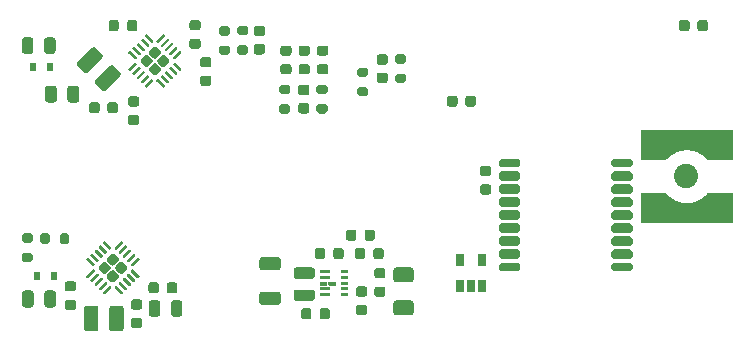
<source format=gbr>
%TF.GenerationSoftware,KiCad,Pcbnew,(5.1.12)-1*%
%TF.CreationDate,2021-11-29T20:05:01-07:00*%
%TF.ProjectId,SolarGPS,536f6c61-7247-4505-932e-6b696361645f,rev?*%
%TF.SameCoordinates,Original*%
%TF.FileFunction,Paste,Bot*%
%TF.FilePolarity,Positive*%
%FSLAX46Y46*%
G04 Gerber Fmt 4.6, Leading zero omitted, Abs format (unit mm)*
G04 Created by KiCad (PCBNEW (5.1.12)-1) date 2021-11-29 20:05:01*
%MOMM*%
%LPD*%
G01*
G04 APERTURE LIST*
%ADD10C,0.010000*%
%ADD11C,2.050000*%
%ADD12R,0.600000X0.700000*%
%ADD13R,0.650000X1.060000*%
G04 APERTURE END LIST*
D10*
%TO.C,AE1*%
G36*
X102970000Y-62060000D02*
G01*
X102970000Y-59620000D01*
X110730000Y-59620000D01*
X110730000Y-62060000D01*
X108620000Y-62060000D01*
X108566000Y-61997000D01*
X108520000Y-61947000D01*
X108473000Y-61899000D01*
X108425000Y-61852000D01*
X108375000Y-61806000D01*
X108324000Y-61762000D01*
X108272000Y-61720000D01*
X108218000Y-61679000D01*
X108164000Y-61639000D01*
X108108000Y-61601000D01*
X108051000Y-61565000D01*
X107993000Y-61530000D01*
X107934000Y-61498000D01*
X107875000Y-61467000D01*
X107814000Y-61437000D01*
X107752000Y-61410000D01*
X107690000Y-61384000D01*
X107627000Y-61360000D01*
X107563000Y-61338000D01*
X107499000Y-61317000D01*
X107434000Y-61299000D01*
X107369000Y-61282000D01*
X107303000Y-61268000D01*
X107237000Y-61255000D01*
X107170000Y-61244000D01*
X107103000Y-61236000D01*
X107036000Y-61229000D01*
X106969000Y-61224000D01*
X106902000Y-61221000D01*
X106850000Y-61220000D01*
X106798000Y-61221000D01*
X106731000Y-61224000D01*
X106664000Y-61229000D01*
X106597000Y-61236000D01*
X106530000Y-61244000D01*
X106463000Y-61255000D01*
X106397000Y-61268000D01*
X106331000Y-61282000D01*
X106266000Y-61299000D01*
X106201000Y-61317000D01*
X106137000Y-61338000D01*
X106073000Y-61360000D01*
X106010000Y-61384000D01*
X105948000Y-61410000D01*
X105886000Y-61437000D01*
X105825000Y-61467000D01*
X105766000Y-61498000D01*
X105707000Y-61530000D01*
X105649000Y-61565000D01*
X105592000Y-61601000D01*
X105536000Y-61639000D01*
X105482000Y-61679000D01*
X105428000Y-61720000D01*
X105376000Y-61762000D01*
X105325000Y-61806000D01*
X105275000Y-61852000D01*
X105227000Y-61899000D01*
X105180000Y-61947000D01*
X105134000Y-61997000D01*
X105080000Y-62060000D01*
X102970000Y-62060000D01*
G37*
X102970000Y-62060000D02*
X102970000Y-59620000D01*
X110730000Y-59620000D01*
X110730000Y-62060000D01*
X108620000Y-62060000D01*
X108566000Y-61997000D01*
X108520000Y-61947000D01*
X108473000Y-61899000D01*
X108425000Y-61852000D01*
X108375000Y-61806000D01*
X108324000Y-61762000D01*
X108272000Y-61720000D01*
X108218000Y-61679000D01*
X108164000Y-61639000D01*
X108108000Y-61601000D01*
X108051000Y-61565000D01*
X107993000Y-61530000D01*
X107934000Y-61498000D01*
X107875000Y-61467000D01*
X107814000Y-61437000D01*
X107752000Y-61410000D01*
X107690000Y-61384000D01*
X107627000Y-61360000D01*
X107563000Y-61338000D01*
X107499000Y-61317000D01*
X107434000Y-61299000D01*
X107369000Y-61282000D01*
X107303000Y-61268000D01*
X107237000Y-61255000D01*
X107170000Y-61244000D01*
X107103000Y-61236000D01*
X107036000Y-61229000D01*
X106969000Y-61224000D01*
X106902000Y-61221000D01*
X106850000Y-61220000D01*
X106798000Y-61221000D01*
X106731000Y-61224000D01*
X106664000Y-61229000D01*
X106597000Y-61236000D01*
X106530000Y-61244000D01*
X106463000Y-61255000D01*
X106397000Y-61268000D01*
X106331000Y-61282000D01*
X106266000Y-61299000D01*
X106201000Y-61317000D01*
X106137000Y-61338000D01*
X106073000Y-61360000D01*
X106010000Y-61384000D01*
X105948000Y-61410000D01*
X105886000Y-61437000D01*
X105825000Y-61467000D01*
X105766000Y-61498000D01*
X105707000Y-61530000D01*
X105649000Y-61565000D01*
X105592000Y-61601000D01*
X105536000Y-61639000D01*
X105482000Y-61679000D01*
X105428000Y-61720000D01*
X105376000Y-61762000D01*
X105325000Y-61806000D01*
X105275000Y-61852000D01*
X105227000Y-61899000D01*
X105180000Y-61947000D01*
X105134000Y-61997000D01*
X105080000Y-62060000D01*
X102970000Y-62060000D01*
G36*
X102970000Y-64940000D02*
G01*
X102970000Y-67380000D01*
X110730000Y-67380000D01*
X110730000Y-64940000D01*
X108620000Y-64940000D01*
X108566000Y-65003000D01*
X108520000Y-65053000D01*
X108473000Y-65101000D01*
X108425000Y-65148000D01*
X108375000Y-65194000D01*
X108324000Y-65238000D01*
X108272000Y-65280000D01*
X108218000Y-65321000D01*
X108164000Y-65361000D01*
X108108000Y-65399000D01*
X108051000Y-65435000D01*
X107993000Y-65470000D01*
X107934000Y-65502000D01*
X107875000Y-65533000D01*
X107814000Y-65563000D01*
X107752000Y-65590000D01*
X107690000Y-65616000D01*
X107627000Y-65640000D01*
X107563000Y-65662000D01*
X107499000Y-65683000D01*
X107434000Y-65701000D01*
X107369000Y-65718000D01*
X107303000Y-65732000D01*
X107237000Y-65745000D01*
X107170000Y-65756000D01*
X107103000Y-65764000D01*
X107036000Y-65771000D01*
X106969000Y-65776000D01*
X106902000Y-65779000D01*
X106850000Y-65780000D01*
X106798000Y-65779000D01*
X106731000Y-65776000D01*
X106664000Y-65771000D01*
X106597000Y-65764000D01*
X106530000Y-65756000D01*
X106463000Y-65745000D01*
X106397000Y-65732000D01*
X106331000Y-65718000D01*
X106266000Y-65701000D01*
X106201000Y-65683000D01*
X106137000Y-65662000D01*
X106073000Y-65640000D01*
X106010000Y-65616000D01*
X105948000Y-65590000D01*
X105886000Y-65563000D01*
X105825000Y-65533000D01*
X105766000Y-65502000D01*
X105707000Y-65470000D01*
X105649000Y-65435000D01*
X105592000Y-65399000D01*
X105536000Y-65361000D01*
X105482000Y-65321000D01*
X105428000Y-65280000D01*
X105376000Y-65238000D01*
X105325000Y-65194000D01*
X105275000Y-65148000D01*
X105227000Y-65101000D01*
X105180000Y-65053000D01*
X105134000Y-65003000D01*
X105080000Y-64940000D01*
X102970000Y-64940000D01*
G37*
X102970000Y-64940000D02*
X102970000Y-67380000D01*
X110730000Y-67380000D01*
X110730000Y-64940000D01*
X108620000Y-64940000D01*
X108566000Y-65003000D01*
X108520000Y-65053000D01*
X108473000Y-65101000D01*
X108425000Y-65148000D01*
X108375000Y-65194000D01*
X108324000Y-65238000D01*
X108272000Y-65280000D01*
X108218000Y-65321000D01*
X108164000Y-65361000D01*
X108108000Y-65399000D01*
X108051000Y-65435000D01*
X107993000Y-65470000D01*
X107934000Y-65502000D01*
X107875000Y-65533000D01*
X107814000Y-65563000D01*
X107752000Y-65590000D01*
X107690000Y-65616000D01*
X107627000Y-65640000D01*
X107563000Y-65662000D01*
X107499000Y-65683000D01*
X107434000Y-65701000D01*
X107369000Y-65718000D01*
X107303000Y-65732000D01*
X107237000Y-65745000D01*
X107170000Y-65756000D01*
X107103000Y-65764000D01*
X107036000Y-65771000D01*
X106969000Y-65776000D01*
X106902000Y-65779000D01*
X106850000Y-65780000D01*
X106798000Y-65779000D01*
X106731000Y-65776000D01*
X106664000Y-65771000D01*
X106597000Y-65764000D01*
X106530000Y-65756000D01*
X106463000Y-65745000D01*
X106397000Y-65732000D01*
X106331000Y-65718000D01*
X106266000Y-65701000D01*
X106201000Y-65683000D01*
X106137000Y-65662000D01*
X106073000Y-65640000D01*
X106010000Y-65616000D01*
X105948000Y-65590000D01*
X105886000Y-65563000D01*
X105825000Y-65533000D01*
X105766000Y-65502000D01*
X105707000Y-65470000D01*
X105649000Y-65435000D01*
X105592000Y-65399000D01*
X105536000Y-65361000D01*
X105482000Y-65321000D01*
X105428000Y-65280000D01*
X105376000Y-65238000D01*
X105325000Y-65194000D01*
X105275000Y-65148000D01*
X105227000Y-65101000D01*
X105180000Y-65053000D01*
X105134000Y-65003000D01*
X105080000Y-64940000D01*
X102970000Y-64940000D01*
%TO.C,U7*%
G36*
X76600000Y-72675000D02*
G01*
X77050000Y-72675000D01*
X77053000Y-72675000D01*
X77055000Y-72675000D01*
X77058000Y-72674000D01*
X77060000Y-72674000D01*
X77063000Y-72673000D01*
X77065000Y-72673000D01*
X77068000Y-72672000D01*
X77070000Y-72671000D01*
X77073000Y-72670000D01*
X77075000Y-72668000D01*
X77077000Y-72667000D01*
X77079000Y-72665000D01*
X77081000Y-72664000D01*
X77083000Y-72662000D01*
X77085000Y-72660000D01*
X77087000Y-72658000D01*
X77089000Y-72656000D01*
X77090000Y-72654000D01*
X77092000Y-72652000D01*
X77093000Y-72650000D01*
X77095000Y-72648000D01*
X77096000Y-72645000D01*
X77097000Y-72643000D01*
X77098000Y-72640000D01*
X77098000Y-72638000D01*
X77099000Y-72635000D01*
X77099000Y-72633000D01*
X77100000Y-72630000D01*
X77100000Y-72628000D01*
X77100000Y-72625000D01*
X77100000Y-72475000D01*
X77100000Y-72472000D01*
X77100000Y-72470000D01*
X77099000Y-72467000D01*
X77099000Y-72465000D01*
X77098000Y-72462000D01*
X77098000Y-72460000D01*
X77097000Y-72457000D01*
X77096000Y-72455000D01*
X77095000Y-72452000D01*
X77093000Y-72450000D01*
X77092000Y-72448000D01*
X77090000Y-72446000D01*
X77089000Y-72444000D01*
X77087000Y-72442000D01*
X77085000Y-72440000D01*
X77083000Y-72438000D01*
X77081000Y-72436000D01*
X77079000Y-72435000D01*
X77077000Y-72433000D01*
X77075000Y-72432000D01*
X77073000Y-72430000D01*
X77070000Y-72429000D01*
X77068000Y-72428000D01*
X77065000Y-72427000D01*
X77063000Y-72427000D01*
X77060000Y-72426000D01*
X77058000Y-72426000D01*
X77055000Y-72425000D01*
X77053000Y-72425000D01*
X77050000Y-72425000D01*
X76600000Y-72425000D01*
X76597000Y-72425000D01*
X76595000Y-72425000D01*
X76592000Y-72426000D01*
X76590000Y-72426000D01*
X76587000Y-72427000D01*
X76585000Y-72427000D01*
X76582000Y-72428000D01*
X76580000Y-72429000D01*
X76577000Y-72430000D01*
X76575000Y-72432000D01*
X76573000Y-72433000D01*
X76571000Y-72435000D01*
X76569000Y-72436000D01*
X76567000Y-72438000D01*
X76565000Y-72440000D01*
X76563000Y-72442000D01*
X76561000Y-72444000D01*
X76560000Y-72446000D01*
X76558000Y-72448000D01*
X76557000Y-72450000D01*
X76555000Y-72452000D01*
X76554000Y-72455000D01*
X76553000Y-72457000D01*
X76552000Y-72460000D01*
X76552000Y-72462000D01*
X76551000Y-72465000D01*
X76551000Y-72467000D01*
X76550000Y-72470000D01*
X76550000Y-72472000D01*
X76550000Y-72475000D01*
X76550000Y-72625000D01*
X76550000Y-72628000D01*
X76550000Y-72630000D01*
X76551000Y-72633000D01*
X76551000Y-72635000D01*
X76552000Y-72638000D01*
X76552000Y-72640000D01*
X76553000Y-72643000D01*
X76554000Y-72645000D01*
X76555000Y-72648000D01*
X76557000Y-72650000D01*
X76558000Y-72652000D01*
X76560000Y-72654000D01*
X76561000Y-72656000D01*
X76563000Y-72658000D01*
X76565000Y-72660000D01*
X76567000Y-72662000D01*
X76569000Y-72664000D01*
X76571000Y-72665000D01*
X76573000Y-72667000D01*
X76575000Y-72668000D01*
X76577000Y-72670000D01*
X76580000Y-72671000D01*
X76582000Y-72672000D01*
X76585000Y-72673000D01*
X76587000Y-72673000D01*
X76590000Y-72674000D01*
X76592000Y-72674000D01*
X76595000Y-72675000D01*
X76597000Y-72675000D01*
X76600000Y-72675000D01*
G37*
X76600000Y-72675000D02*
X77050000Y-72675000D01*
X77053000Y-72675000D01*
X77055000Y-72675000D01*
X77058000Y-72674000D01*
X77060000Y-72674000D01*
X77063000Y-72673000D01*
X77065000Y-72673000D01*
X77068000Y-72672000D01*
X77070000Y-72671000D01*
X77073000Y-72670000D01*
X77075000Y-72668000D01*
X77077000Y-72667000D01*
X77079000Y-72665000D01*
X77081000Y-72664000D01*
X77083000Y-72662000D01*
X77085000Y-72660000D01*
X77087000Y-72658000D01*
X77089000Y-72656000D01*
X77090000Y-72654000D01*
X77092000Y-72652000D01*
X77093000Y-72650000D01*
X77095000Y-72648000D01*
X77096000Y-72645000D01*
X77097000Y-72643000D01*
X77098000Y-72640000D01*
X77098000Y-72638000D01*
X77099000Y-72635000D01*
X77099000Y-72633000D01*
X77100000Y-72630000D01*
X77100000Y-72628000D01*
X77100000Y-72625000D01*
X77100000Y-72475000D01*
X77100000Y-72472000D01*
X77100000Y-72470000D01*
X77099000Y-72467000D01*
X77099000Y-72465000D01*
X77098000Y-72462000D01*
X77098000Y-72460000D01*
X77097000Y-72457000D01*
X77096000Y-72455000D01*
X77095000Y-72452000D01*
X77093000Y-72450000D01*
X77092000Y-72448000D01*
X77090000Y-72446000D01*
X77089000Y-72444000D01*
X77087000Y-72442000D01*
X77085000Y-72440000D01*
X77083000Y-72438000D01*
X77081000Y-72436000D01*
X77079000Y-72435000D01*
X77077000Y-72433000D01*
X77075000Y-72432000D01*
X77073000Y-72430000D01*
X77070000Y-72429000D01*
X77068000Y-72428000D01*
X77065000Y-72427000D01*
X77063000Y-72427000D01*
X77060000Y-72426000D01*
X77058000Y-72426000D01*
X77055000Y-72425000D01*
X77053000Y-72425000D01*
X77050000Y-72425000D01*
X76600000Y-72425000D01*
X76597000Y-72425000D01*
X76595000Y-72425000D01*
X76592000Y-72426000D01*
X76590000Y-72426000D01*
X76587000Y-72427000D01*
X76585000Y-72427000D01*
X76582000Y-72428000D01*
X76580000Y-72429000D01*
X76577000Y-72430000D01*
X76575000Y-72432000D01*
X76573000Y-72433000D01*
X76571000Y-72435000D01*
X76569000Y-72436000D01*
X76567000Y-72438000D01*
X76565000Y-72440000D01*
X76563000Y-72442000D01*
X76561000Y-72444000D01*
X76560000Y-72446000D01*
X76558000Y-72448000D01*
X76557000Y-72450000D01*
X76555000Y-72452000D01*
X76554000Y-72455000D01*
X76553000Y-72457000D01*
X76552000Y-72460000D01*
X76552000Y-72462000D01*
X76551000Y-72465000D01*
X76551000Y-72467000D01*
X76550000Y-72470000D01*
X76550000Y-72472000D01*
X76550000Y-72475000D01*
X76550000Y-72625000D01*
X76550000Y-72628000D01*
X76550000Y-72630000D01*
X76551000Y-72633000D01*
X76551000Y-72635000D01*
X76552000Y-72638000D01*
X76552000Y-72640000D01*
X76553000Y-72643000D01*
X76554000Y-72645000D01*
X76555000Y-72648000D01*
X76557000Y-72650000D01*
X76558000Y-72652000D01*
X76560000Y-72654000D01*
X76561000Y-72656000D01*
X76563000Y-72658000D01*
X76565000Y-72660000D01*
X76567000Y-72662000D01*
X76569000Y-72664000D01*
X76571000Y-72665000D01*
X76573000Y-72667000D01*
X76575000Y-72668000D01*
X76577000Y-72670000D01*
X76580000Y-72671000D01*
X76582000Y-72672000D01*
X76585000Y-72673000D01*
X76587000Y-72673000D01*
X76590000Y-72674000D01*
X76592000Y-72674000D01*
X76595000Y-72675000D01*
X76597000Y-72675000D01*
X76600000Y-72675000D01*
G36*
X75850000Y-72675000D02*
G01*
X76300000Y-72675000D01*
X76303000Y-72675000D01*
X76305000Y-72675000D01*
X76308000Y-72674000D01*
X76310000Y-72674000D01*
X76313000Y-72673000D01*
X76315000Y-72673000D01*
X76318000Y-72672000D01*
X76320000Y-72671000D01*
X76323000Y-72670000D01*
X76325000Y-72668000D01*
X76327000Y-72667000D01*
X76329000Y-72665000D01*
X76331000Y-72664000D01*
X76333000Y-72662000D01*
X76335000Y-72660000D01*
X76337000Y-72658000D01*
X76339000Y-72656000D01*
X76340000Y-72654000D01*
X76342000Y-72652000D01*
X76343000Y-72650000D01*
X76345000Y-72648000D01*
X76346000Y-72645000D01*
X76347000Y-72643000D01*
X76348000Y-72640000D01*
X76348000Y-72638000D01*
X76349000Y-72635000D01*
X76349000Y-72633000D01*
X76350000Y-72630000D01*
X76350000Y-72628000D01*
X76350000Y-72625000D01*
X76350000Y-72475000D01*
X76350000Y-72472000D01*
X76350000Y-72470000D01*
X76349000Y-72467000D01*
X76349000Y-72465000D01*
X76348000Y-72462000D01*
X76348000Y-72460000D01*
X76347000Y-72457000D01*
X76346000Y-72455000D01*
X76345000Y-72452000D01*
X76343000Y-72450000D01*
X76342000Y-72448000D01*
X76340000Y-72446000D01*
X76339000Y-72444000D01*
X76337000Y-72442000D01*
X76335000Y-72440000D01*
X76333000Y-72438000D01*
X76331000Y-72436000D01*
X76329000Y-72435000D01*
X76327000Y-72433000D01*
X76325000Y-72432000D01*
X76323000Y-72430000D01*
X76320000Y-72429000D01*
X76318000Y-72428000D01*
X76315000Y-72427000D01*
X76313000Y-72427000D01*
X76310000Y-72426000D01*
X76308000Y-72426000D01*
X76305000Y-72425000D01*
X76303000Y-72425000D01*
X76300000Y-72425000D01*
X75850000Y-72425000D01*
X75847000Y-72425000D01*
X75845000Y-72425000D01*
X75842000Y-72426000D01*
X75840000Y-72426000D01*
X75837000Y-72427000D01*
X75835000Y-72427000D01*
X75832000Y-72428000D01*
X75830000Y-72429000D01*
X75827000Y-72430000D01*
X75825000Y-72432000D01*
X75823000Y-72433000D01*
X75821000Y-72435000D01*
X75819000Y-72436000D01*
X75817000Y-72438000D01*
X75815000Y-72440000D01*
X75813000Y-72442000D01*
X75811000Y-72444000D01*
X75810000Y-72446000D01*
X75808000Y-72448000D01*
X75807000Y-72450000D01*
X75805000Y-72452000D01*
X75804000Y-72455000D01*
X75803000Y-72457000D01*
X75802000Y-72460000D01*
X75802000Y-72462000D01*
X75801000Y-72465000D01*
X75801000Y-72467000D01*
X75800000Y-72470000D01*
X75800000Y-72472000D01*
X75800000Y-72475000D01*
X75800000Y-72625000D01*
X75800000Y-72628000D01*
X75800000Y-72630000D01*
X75801000Y-72633000D01*
X75801000Y-72635000D01*
X75802000Y-72638000D01*
X75802000Y-72640000D01*
X75803000Y-72643000D01*
X75804000Y-72645000D01*
X75805000Y-72648000D01*
X75807000Y-72650000D01*
X75808000Y-72652000D01*
X75810000Y-72654000D01*
X75811000Y-72656000D01*
X75813000Y-72658000D01*
X75815000Y-72660000D01*
X75817000Y-72662000D01*
X75819000Y-72664000D01*
X75821000Y-72665000D01*
X75823000Y-72667000D01*
X75825000Y-72668000D01*
X75827000Y-72670000D01*
X75830000Y-72671000D01*
X75832000Y-72672000D01*
X75835000Y-72673000D01*
X75837000Y-72673000D01*
X75840000Y-72674000D01*
X75842000Y-72674000D01*
X75845000Y-72675000D01*
X75847000Y-72675000D01*
X75850000Y-72675000D01*
G37*
X75850000Y-72675000D02*
X76300000Y-72675000D01*
X76303000Y-72675000D01*
X76305000Y-72675000D01*
X76308000Y-72674000D01*
X76310000Y-72674000D01*
X76313000Y-72673000D01*
X76315000Y-72673000D01*
X76318000Y-72672000D01*
X76320000Y-72671000D01*
X76323000Y-72670000D01*
X76325000Y-72668000D01*
X76327000Y-72667000D01*
X76329000Y-72665000D01*
X76331000Y-72664000D01*
X76333000Y-72662000D01*
X76335000Y-72660000D01*
X76337000Y-72658000D01*
X76339000Y-72656000D01*
X76340000Y-72654000D01*
X76342000Y-72652000D01*
X76343000Y-72650000D01*
X76345000Y-72648000D01*
X76346000Y-72645000D01*
X76347000Y-72643000D01*
X76348000Y-72640000D01*
X76348000Y-72638000D01*
X76349000Y-72635000D01*
X76349000Y-72633000D01*
X76350000Y-72630000D01*
X76350000Y-72628000D01*
X76350000Y-72625000D01*
X76350000Y-72475000D01*
X76350000Y-72472000D01*
X76350000Y-72470000D01*
X76349000Y-72467000D01*
X76349000Y-72465000D01*
X76348000Y-72462000D01*
X76348000Y-72460000D01*
X76347000Y-72457000D01*
X76346000Y-72455000D01*
X76345000Y-72452000D01*
X76343000Y-72450000D01*
X76342000Y-72448000D01*
X76340000Y-72446000D01*
X76339000Y-72444000D01*
X76337000Y-72442000D01*
X76335000Y-72440000D01*
X76333000Y-72438000D01*
X76331000Y-72436000D01*
X76329000Y-72435000D01*
X76327000Y-72433000D01*
X76325000Y-72432000D01*
X76323000Y-72430000D01*
X76320000Y-72429000D01*
X76318000Y-72428000D01*
X76315000Y-72427000D01*
X76313000Y-72427000D01*
X76310000Y-72426000D01*
X76308000Y-72426000D01*
X76305000Y-72425000D01*
X76303000Y-72425000D01*
X76300000Y-72425000D01*
X75850000Y-72425000D01*
X75847000Y-72425000D01*
X75845000Y-72425000D01*
X75842000Y-72426000D01*
X75840000Y-72426000D01*
X75837000Y-72427000D01*
X75835000Y-72427000D01*
X75832000Y-72428000D01*
X75830000Y-72429000D01*
X75827000Y-72430000D01*
X75825000Y-72432000D01*
X75823000Y-72433000D01*
X75821000Y-72435000D01*
X75819000Y-72436000D01*
X75817000Y-72438000D01*
X75815000Y-72440000D01*
X75813000Y-72442000D01*
X75811000Y-72444000D01*
X75810000Y-72446000D01*
X75808000Y-72448000D01*
X75807000Y-72450000D01*
X75805000Y-72452000D01*
X75804000Y-72455000D01*
X75803000Y-72457000D01*
X75802000Y-72460000D01*
X75802000Y-72462000D01*
X75801000Y-72465000D01*
X75801000Y-72467000D01*
X75800000Y-72470000D01*
X75800000Y-72472000D01*
X75800000Y-72475000D01*
X75800000Y-72625000D01*
X75800000Y-72628000D01*
X75800000Y-72630000D01*
X75801000Y-72633000D01*
X75801000Y-72635000D01*
X75802000Y-72638000D01*
X75802000Y-72640000D01*
X75803000Y-72643000D01*
X75804000Y-72645000D01*
X75805000Y-72648000D01*
X75807000Y-72650000D01*
X75808000Y-72652000D01*
X75810000Y-72654000D01*
X75811000Y-72656000D01*
X75813000Y-72658000D01*
X75815000Y-72660000D01*
X75817000Y-72662000D01*
X75819000Y-72664000D01*
X75821000Y-72665000D01*
X75823000Y-72667000D01*
X75825000Y-72668000D01*
X75827000Y-72670000D01*
X75830000Y-72671000D01*
X75832000Y-72672000D01*
X75835000Y-72673000D01*
X75837000Y-72673000D01*
X75840000Y-72674000D01*
X75842000Y-72674000D01*
X75845000Y-72675000D01*
X75847000Y-72675000D01*
X75850000Y-72675000D01*
%TD*%
D11*
%TO.C,AE1*%
X106850000Y-63500000D03*
%TD*%
%TO.C,U2*%
G36*
G01*
X100500000Y-71375000D02*
X100500000Y-71025000D01*
G75*
G02*
X100675000Y-70850000I175000J0D01*
G01*
X102125000Y-70850000D01*
G75*
G02*
X102300000Y-71025000I0J-175000D01*
G01*
X102300000Y-71375000D01*
G75*
G02*
X102125000Y-71550000I-175000J0D01*
G01*
X100675000Y-71550000D01*
G75*
G02*
X100500000Y-71375000I0J175000D01*
G01*
G37*
G36*
G01*
X100500000Y-70300000D02*
X100500000Y-69900000D01*
G75*
G02*
X100700000Y-69700000I200000J0D01*
G01*
X102100000Y-69700000D01*
G75*
G02*
X102300000Y-69900000I0J-200000D01*
G01*
X102300000Y-70300000D01*
G75*
G02*
X102100000Y-70500000I-200000J0D01*
G01*
X100700000Y-70500000D01*
G75*
G02*
X100500000Y-70300000I0J200000D01*
G01*
G37*
G36*
G01*
X100500000Y-69200000D02*
X100500000Y-68800000D01*
G75*
G02*
X100700000Y-68600000I200000J0D01*
G01*
X102100000Y-68600000D01*
G75*
G02*
X102300000Y-68800000I0J-200000D01*
G01*
X102300000Y-69200000D01*
G75*
G02*
X102100000Y-69400000I-200000J0D01*
G01*
X100700000Y-69400000D01*
G75*
G02*
X100500000Y-69200000I0J200000D01*
G01*
G37*
G36*
G01*
X100500000Y-68100000D02*
X100500000Y-67700000D01*
G75*
G02*
X100700000Y-67500000I200000J0D01*
G01*
X102100000Y-67500000D01*
G75*
G02*
X102300000Y-67700000I0J-200000D01*
G01*
X102300000Y-68100000D01*
G75*
G02*
X102100000Y-68300000I-200000J0D01*
G01*
X100700000Y-68300000D01*
G75*
G02*
X100500000Y-68100000I0J200000D01*
G01*
G37*
G36*
G01*
X100500000Y-67000000D02*
X100500000Y-66600000D01*
G75*
G02*
X100700000Y-66400000I200000J0D01*
G01*
X102100000Y-66400000D01*
G75*
G02*
X102300000Y-66600000I0J-200000D01*
G01*
X102300000Y-67000000D01*
G75*
G02*
X102100000Y-67200000I-200000J0D01*
G01*
X100700000Y-67200000D01*
G75*
G02*
X100500000Y-67000000I0J200000D01*
G01*
G37*
G36*
G01*
X100500000Y-65900000D02*
X100500000Y-65500000D01*
G75*
G02*
X100700000Y-65300000I200000J0D01*
G01*
X102100000Y-65300000D01*
G75*
G02*
X102300000Y-65500000I0J-200000D01*
G01*
X102300000Y-65900000D01*
G75*
G02*
X102100000Y-66100000I-200000J0D01*
G01*
X100700000Y-66100000D01*
G75*
G02*
X100500000Y-65900000I0J200000D01*
G01*
G37*
G36*
G01*
X100500000Y-64800000D02*
X100500000Y-64400000D01*
G75*
G02*
X100700000Y-64200000I200000J0D01*
G01*
X102100000Y-64200000D01*
G75*
G02*
X102300000Y-64400000I0J-200000D01*
G01*
X102300000Y-64800000D01*
G75*
G02*
X102100000Y-65000000I-200000J0D01*
G01*
X100700000Y-65000000D01*
G75*
G02*
X100500000Y-64800000I0J200000D01*
G01*
G37*
G36*
G01*
X100500000Y-63700000D02*
X100500000Y-63300000D01*
G75*
G02*
X100700000Y-63100000I200000J0D01*
G01*
X102100000Y-63100000D01*
G75*
G02*
X102300000Y-63300000I0J-200000D01*
G01*
X102300000Y-63700000D01*
G75*
G02*
X102100000Y-63900000I-200000J0D01*
G01*
X100700000Y-63900000D01*
G75*
G02*
X100500000Y-63700000I0J200000D01*
G01*
G37*
G36*
G01*
X100500000Y-62575000D02*
X100500000Y-62225000D01*
G75*
G02*
X100675000Y-62050000I175000J0D01*
G01*
X102125000Y-62050000D01*
G75*
G02*
X102300000Y-62225000I0J-175000D01*
G01*
X102300000Y-62575000D01*
G75*
G02*
X102125000Y-62750000I-175000J0D01*
G01*
X100675000Y-62750000D01*
G75*
G02*
X100500000Y-62575000I0J175000D01*
G01*
G37*
G36*
G01*
X91000000Y-62575000D02*
X91000000Y-62225000D01*
G75*
G02*
X91175000Y-62050000I175000J0D01*
G01*
X92625000Y-62050000D01*
G75*
G02*
X92800000Y-62225000I0J-175000D01*
G01*
X92800000Y-62575000D01*
G75*
G02*
X92625000Y-62750000I-175000J0D01*
G01*
X91175000Y-62750000D01*
G75*
G02*
X91000000Y-62575000I0J175000D01*
G01*
G37*
G36*
G01*
X91000000Y-63700000D02*
X91000000Y-63300000D01*
G75*
G02*
X91200000Y-63100000I200000J0D01*
G01*
X92600000Y-63100000D01*
G75*
G02*
X92800000Y-63300000I0J-200000D01*
G01*
X92800000Y-63700000D01*
G75*
G02*
X92600000Y-63900000I-200000J0D01*
G01*
X91200000Y-63900000D01*
G75*
G02*
X91000000Y-63700000I0J200000D01*
G01*
G37*
G36*
G01*
X91000000Y-64800000D02*
X91000000Y-64400000D01*
G75*
G02*
X91200000Y-64200000I200000J0D01*
G01*
X92600000Y-64200000D01*
G75*
G02*
X92800000Y-64400000I0J-200000D01*
G01*
X92800000Y-64800000D01*
G75*
G02*
X92600000Y-65000000I-200000J0D01*
G01*
X91200000Y-65000000D01*
G75*
G02*
X91000000Y-64800000I0J200000D01*
G01*
G37*
G36*
G01*
X91000000Y-65900000D02*
X91000000Y-65500000D01*
G75*
G02*
X91200000Y-65300000I200000J0D01*
G01*
X92600000Y-65300000D01*
G75*
G02*
X92800000Y-65500000I0J-200000D01*
G01*
X92800000Y-65900000D01*
G75*
G02*
X92600000Y-66100000I-200000J0D01*
G01*
X91200000Y-66100000D01*
G75*
G02*
X91000000Y-65900000I0J200000D01*
G01*
G37*
G36*
G01*
X91000000Y-67000000D02*
X91000000Y-66600000D01*
G75*
G02*
X91200000Y-66400000I200000J0D01*
G01*
X92600000Y-66400000D01*
G75*
G02*
X92800000Y-66600000I0J-200000D01*
G01*
X92800000Y-67000000D01*
G75*
G02*
X92600000Y-67200000I-200000J0D01*
G01*
X91200000Y-67200000D01*
G75*
G02*
X91000000Y-67000000I0J200000D01*
G01*
G37*
G36*
G01*
X91000000Y-68100000D02*
X91000000Y-67700000D01*
G75*
G02*
X91200000Y-67500000I200000J0D01*
G01*
X92600000Y-67500000D01*
G75*
G02*
X92800000Y-67700000I0J-200000D01*
G01*
X92800000Y-68100000D01*
G75*
G02*
X92600000Y-68300000I-200000J0D01*
G01*
X91200000Y-68300000D01*
G75*
G02*
X91000000Y-68100000I0J200000D01*
G01*
G37*
G36*
G01*
X91000000Y-69200000D02*
X91000000Y-68800000D01*
G75*
G02*
X91200000Y-68600000I200000J0D01*
G01*
X92600000Y-68600000D01*
G75*
G02*
X92800000Y-68800000I0J-200000D01*
G01*
X92800000Y-69200000D01*
G75*
G02*
X92600000Y-69400000I-200000J0D01*
G01*
X91200000Y-69400000D01*
G75*
G02*
X91000000Y-69200000I0J200000D01*
G01*
G37*
G36*
G01*
X91000000Y-70300000D02*
X91000000Y-69900000D01*
G75*
G02*
X91200000Y-69700000I200000J0D01*
G01*
X92600000Y-69700000D01*
G75*
G02*
X92800000Y-69900000I0J-200000D01*
G01*
X92800000Y-70300000D01*
G75*
G02*
X92600000Y-70500000I-200000J0D01*
G01*
X91200000Y-70500000D01*
G75*
G02*
X91000000Y-70300000I0J200000D01*
G01*
G37*
G36*
G01*
X91000000Y-71375000D02*
X91000000Y-71025000D01*
G75*
G02*
X91175000Y-70850000I175000J0D01*
G01*
X92625000Y-70850000D01*
G75*
G02*
X92800000Y-71025000I0J-175000D01*
G01*
X92800000Y-71375000D01*
G75*
G02*
X92625000Y-71550000I-175000J0D01*
G01*
X91175000Y-71550000D01*
G75*
G02*
X91000000Y-71375000I0J175000D01*
G01*
G37*
%TD*%
%TO.C,C25*%
G36*
G01*
X107775000Y-51000000D02*
X107775000Y-50500000D01*
G75*
G02*
X108000000Y-50275000I225000J0D01*
G01*
X108450000Y-50275000D01*
G75*
G02*
X108675000Y-50500000I0J-225000D01*
G01*
X108675000Y-51000000D01*
G75*
G02*
X108450000Y-51225000I-225000J0D01*
G01*
X108000000Y-51225000D01*
G75*
G02*
X107775000Y-51000000I0J225000D01*
G01*
G37*
G36*
G01*
X106225000Y-51000000D02*
X106225000Y-50500000D01*
G75*
G02*
X106450000Y-50275000I225000J0D01*
G01*
X106900000Y-50275000D01*
G75*
G02*
X107125000Y-50500000I0J-225000D01*
G01*
X107125000Y-51000000D01*
G75*
G02*
X106900000Y-51225000I-225000J0D01*
G01*
X106450000Y-51225000D01*
G75*
G02*
X106225000Y-51000000I0J225000D01*
G01*
G37*
%TD*%
%TO.C,L3*%
G36*
G01*
X56817157Y-55369239D02*
X58019239Y-54167157D01*
G75*
G02*
X58372793Y-54167157I176777J-176777D01*
G01*
X58903123Y-54697487D01*
G75*
G02*
X58903123Y-55051041I-176777J-176777D01*
G01*
X57701041Y-56253123D01*
G75*
G02*
X57347487Y-56253123I-176777J176777D01*
G01*
X56817157Y-55722793D01*
G75*
G02*
X56817157Y-55369239I176777J176777D01*
G01*
G37*
G36*
G01*
X55296877Y-53848959D02*
X56498959Y-52646877D01*
G75*
G02*
X56852513Y-52646877I176777J-176777D01*
G01*
X57382843Y-53177207D01*
G75*
G02*
X57382843Y-53530761I-176777J-176777D01*
G01*
X56180761Y-54732843D01*
G75*
G02*
X55827207Y-54732843I-176777J176777D01*
G01*
X55296877Y-54202513D01*
G75*
G02*
X55296877Y-53848959I176777J176777D01*
G01*
G37*
%TD*%
%TO.C,L1*%
G36*
G01*
X57975000Y-76400000D02*
X57975000Y-74700000D01*
G75*
G02*
X58225000Y-74450000I250000J0D01*
G01*
X58975000Y-74450000D01*
G75*
G02*
X59225000Y-74700000I0J-250000D01*
G01*
X59225000Y-76400000D01*
G75*
G02*
X58975000Y-76650000I-250000J0D01*
G01*
X58225000Y-76650000D01*
G75*
G02*
X57975000Y-76400000I0J250000D01*
G01*
G37*
G36*
G01*
X55825000Y-76400000D02*
X55825000Y-74700000D01*
G75*
G02*
X56075000Y-74450000I250000J0D01*
G01*
X56825000Y-74450000D01*
G75*
G02*
X57075000Y-74700000I0J-250000D01*
G01*
X57075000Y-76400000D01*
G75*
G02*
X56825000Y-76650000I-250000J0D01*
G01*
X56075000Y-76650000D01*
G75*
G02*
X55825000Y-76400000I0J250000D01*
G01*
G37*
%TD*%
%TO.C,R6*%
G36*
G01*
X82375000Y-54825000D02*
X82925000Y-54825000D01*
G75*
G02*
X83125000Y-55025000I0J-200000D01*
G01*
X83125000Y-55425000D01*
G75*
G02*
X82925000Y-55625000I-200000J0D01*
G01*
X82375000Y-55625000D01*
G75*
G02*
X82175000Y-55425000I0J200000D01*
G01*
X82175000Y-55025000D01*
G75*
G02*
X82375000Y-54825000I200000J0D01*
G01*
G37*
G36*
G01*
X82375000Y-53175000D02*
X82925000Y-53175000D01*
G75*
G02*
X83125000Y-53375000I0J-200000D01*
G01*
X83125000Y-53775000D01*
G75*
G02*
X82925000Y-53975000I-200000J0D01*
G01*
X82375000Y-53975000D01*
G75*
G02*
X82175000Y-53775000I0J200000D01*
G01*
X82175000Y-53375000D01*
G75*
G02*
X82375000Y-53175000I200000J0D01*
G01*
G37*
%TD*%
%TO.C,R2*%
G36*
G01*
X79175000Y-55950000D02*
X79725000Y-55950000D01*
G75*
G02*
X79925000Y-56150000I0J-200000D01*
G01*
X79925000Y-56550000D01*
G75*
G02*
X79725000Y-56750000I-200000J0D01*
G01*
X79175000Y-56750000D01*
G75*
G02*
X78975000Y-56550000I0J200000D01*
G01*
X78975000Y-56150000D01*
G75*
G02*
X79175000Y-55950000I200000J0D01*
G01*
G37*
G36*
G01*
X79175000Y-54300000D02*
X79725000Y-54300000D01*
G75*
G02*
X79925000Y-54500000I0J-200000D01*
G01*
X79925000Y-54900000D01*
G75*
G02*
X79725000Y-55100000I-200000J0D01*
G01*
X79175000Y-55100000D01*
G75*
G02*
X78975000Y-54900000I0J200000D01*
G01*
X78975000Y-54500000D01*
G75*
G02*
X79175000Y-54300000I200000J0D01*
G01*
G37*
%TD*%
%TO.C,C16*%
G36*
G01*
X80850000Y-54725000D02*
X81350000Y-54725000D01*
G75*
G02*
X81575000Y-54950000I0J-225000D01*
G01*
X81575000Y-55400000D01*
G75*
G02*
X81350000Y-55625000I-225000J0D01*
G01*
X80850000Y-55625000D01*
G75*
G02*
X80625000Y-55400000I0J225000D01*
G01*
X80625000Y-54950000D01*
G75*
G02*
X80850000Y-54725000I225000J0D01*
G01*
G37*
G36*
G01*
X80850000Y-53175000D02*
X81350000Y-53175000D01*
G75*
G02*
X81575000Y-53400000I0J-225000D01*
G01*
X81575000Y-53850000D01*
G75*
G02*
X81350000Y-54075000I-225000J0D01*
G01*
X80850000Y-54075000D01*
G75*
G02*
X80625000Y-53850000I0J225000D01*
G01*
X80625000Y-53400000D01*
G75*
G02*
X80850000Y-53175000I225000J0D01*
G01*
G37*
%TD*%
%TO.C,C2*%
G36*
G01*
X54450000Y-57025000D02*
X54450000Y-56075000D01*
G75*
G02*
X54700000Y-55825000I250000J0D01*
G01*
X55200000Y-55825000D01*
G75*
G02*
X55450000Y-56075000I0J-250000D01*
G01*
X55450000Y-57025000D01*
G75*
G02*
X55200000Y-57275000I-250000J0D01*
G01*
X54700000Y-57275000D01*
G75*
G02*
X54450000Y-57025000I0J250000D01*
G01*
G37*
G36*
G01*
X52550000Y-57025000D02*
X52550000Y-56075000D01*
G75*
G02*
X52800000Y-55825000I250000J0D01*
G01*
X53300000Y-55825000D01*
G75*
G02*
X53550000Y-56075000I0J-250000D01*
G01*
X53550000Y-57025000D01*
G75*
G02*
X53300000Y-57275000I-250000J0D01*
G01*
X52800000Y-57275000D01*
G75*
G02*
X52550000Y-57025000I0J250000D01*
G01*
G37*
%TD*%
D12*
%TO.C,D4*%
X53300000Y-71950000D03*
X51900000Y-71950000D03*
%TD*%
%TO.C,D3*%
X52950000Y-54250000D03*
X51550000Y-54250000D03*
%TD*%
%TO.C,U5*%
G36*
G01*
X62095720Y-53596204D02*
X62403311Y-53288613D01*
G75*
G02*
X62710903Y-53288613I153796J-153796D01*
G01*
X63018494Y-53596204D01*
G75*
G02*
X63018494Y-53903796I-153796J-153796D01*
G01*
X62710903Y-54211387D01*
G75*
G02*
X62403311Y-54211387I-153796J153796D01*
G01*
X62095720Y-53903796D01*
G75*
G02*
X62095720Y-53596204I153796J153796D01*
G01*
G37*
G36*
G01*
X61388613Y-54303311D02*
X61696204Y-53995720D01*
G75*
G02*
X62003796Y-53995720I153796J-153796D01*
G01*
X62311387Y-54303311D01*
G75*
G02*
X62311387Y-54610903I-153796J-153796D01*
G01*
X62003796Y-54918494D01*
G75*
G02*
X61696204Y-54918494I-153796J153796D01*
G01*
X61388613Y-54610903D01*
G75*
G02*
X61388613Y-54303311I153796J153796D01*
G01*
G37*
G36*
G01*
X61388613Y-52889097D02*
X61696204Y-52581506D01*
G75*
G02*
X62003796Y-52581506I153796J-153796D01*
G01*
X62311387Y-52889097D01*
G75*
G02*
X62311387Y-53196689I-153796J-153796D01*
G01*
X62003796Y-53504280D01*
G75*
G02*
X61696204Y-53504280I-153796J153796D01*
G01*
X61388613Y-53196689D01*
G75*
G02*
X61388613Y-52889097I153796J153796D01*
G01*
G37*
G36*
G01*
X60681506Y-53596204D02*
X60989097Y-53288613D01*
G75*
G02*
X61296689Y-53288613I153796J-153796D01*
G01*
X61604280Y-53596204D01*
G75*
G02*
X61604280Y-53903796I-153796J-153796D01*
G01*
X61296689Y-54211387D01*
G75*
G02*
X60989097Y-54211387I-153796J153796D01*
G01*
X60681506Y-53903796D01*
G75*
G02*
X60681506Y-53596204I153796J153796D01*
G01*
G37*
G36*
G01*
X59596098Y-54412913D02*
X60126428Y-53882583D01*
G75*
G02*
X60214816Y-53882583I44194J-44194D01*
G01*
X60303204Y-53970971D01*
G75*
G02*
X60303204Y-54059359I-44194J-44194D01*
G01*
X59772874Y-54589689D01*
G75*
G02*
X59684486Y-54589689I-44194J44194D01*
G01*
X59596098Y-54501301D01*
G75*
G02*
X59596098Y-54412913I44194J44194D01*
G01*
G37*
G36*
G01*
X59949651Y-54766466D02*
X60479981Y-54236136D01*
G75*
G02*
X60568369Y-54236136I44194J-44194D01*
G01*
X60656757Y-54324524D01*
G75*
G02*
X60656757Y-54412912I-44194J-44194D01*
G01*
X60126427Y-54943242D01*
G75*
G02*
X60038039Y-54943242I-44194J44194D01*
G01*
X59949651Y-54854854D01*
G75*
G02*
X59949651Y-54766466I44194J44194D01*
G01*
G37*
G36*
G01*
X60303204Y-55120020D02*
X60833534Y-54589690D01*
G75*
G02*
X60921922Y-54589690I44194J-44194D01*
G01*
X61010310Y-54678078D01*
G75*
G02*
X61010310Y-54766466I-44194J-44194D01*
G01*
X60479980Y-55296796D01*
G75*
G02*
X60391592Y-55296796I-44194J44194D01*
G01*
X60303204Y-55208408D01*
G75*
G02*
X60303204Y-55120020I44194J44194D01*
G01*
G37*
G36*
G01*
X60656758Y-55473573D02*
X61187088Y-54943243D01*
G75*
G02*
X61275476Y-54943243I44194J-44194D01*
G01*
X61363864Y-55031631D01*
G75*
G02*
X61363864Y-55120019I-44194J-44194D01*
G01*
X60833534Y-55650349D01*
G75*
G02*
X60745146Y-55650349I-44194J44194D01*
G01*
X60656758Y-55561961D01*
G75*
G02*
X60656758Y-55473573I44194J44194D01*
G01*
G37*
G36*
G01*
X61010311Y-55827126D02*
X61540641Y-55296796D01*
G75*
G02*
X61629029Y-55296796I44194J-44194D01*
G01*
X61717417Y-55385184D01*
G75*
G02*
X61717417Y-55473572I-44194J-44194D01*
G01*
X61187087Y-56003902D01*
G75*
G02*
X61098699Y-56003902I-44194J44194D01*
G01*
X61010311Y-55915514D01*
G75*
G02*
X61010311Y-55827126I44194J44194D01*
G01*
G37*
G36*
G01*
X61982583Y-55385184D02*
X62070971Y-55296796D01*
G75*
G02*
X62159359Y-55296796I44194J-44194D01*
G01*
X62689689Y-55827126D01*
G75*
G02*
X62689689Y-55915514I-44194J-44194D01*
G01*
X62601301Y-56003902D01*
G75*
G02*
X62512913Y-56003902I-44194J44194D01*
G01*
X61982583Y-55473572D01*
G75*
G02*
X61982583Y-55385184I44194J44194D01*
G01*
G37*
G36*
G01*
X62336136Y-55031631D02*
X62424524Y-54943243D01*
G75*
G02*
X62512912Y-54943243I44194J-44194D01*
G01*
X63043242Y-55473573D01*
G75*
G02*
X63043242Y-55561961I-44194J-44194D01*
G01*
X62954854Y-55650349D01*
G75*
G02*
X62866466Y-55650349I-44194J44194D01*
G01*
X62336136Y-55120019D01*
G75*
G02*
X62336136Y-55031631I44194J44194D01*
G01*
G37*
G36*
G01*
X62689690Y-54678078D02*
X62778078Y-54589690D01*
G75*
G02*
X62866466Y-54589690I44194J-44194D01*
G01*
X63396796Y-55120020D01*
G75*
G02*
X63396796Y-55208408I-44194J-44194D01*
G01*
X63308408Y-55296796D01*
G75*
G02*
X63220020Y-55296796I-44194J44194D01*
G01*
X62689690Y-54766466D01*
G75*
G02*
X62689690Y-54678078I44194J44194D01*
G01*
G37*
G36*
G01*
X63043243Y-54324524D02*
X63131631Y-54236136D01*
G75*
G02*
X63220019Y-54236136I44194J-44194D01*
G01*
X63750349Y-54766466D01*
G75*
G02*
X63750349Y-54854854I-44194J-44194D01*
G01*
X63661961Y-54943242D01*
G75*
G02*
X63573573Y-54943242I-44194J44194D01*
G01*
X63043243Y-54412912D01*
G75*
G02*
X63043243Y-54324524I44194J44194D01*
G01*
G37*
G36*
G01*
X63396796Y-53970971D02*
X63485184Y-53882583D01*
G75*
G02*
X63573572Y-53882583I44194J-44194D01*
G01*
X64103902Y-54412913D01*
G75*
G02*
X64103902Y-54501301I-44194J-44194D01*
G01*
X64015514Y-54589689D01*
G75*
G02*
X63927126Y-54589689I-44194J44194D01*
G01*
X63396796Y-54059359D01*
G75*
G02*
X63396796Y-53970971I44194J44194D01*
G01*
G37*
G36*
G01*
X63396796Y-53440641D02*
X63927126Y-52910311D01*
G75*
G02*
X64015514Y-52910311I44194J-44194D01*
G01*
X64103902Y-52998699D01*
G75*
G02*
X64103902Y-53087087I-44194J-44194D01*
G01*
X63573572Y-53617417D01*
G75*
G02*
X63485184Y-53617417I-44194J44194D01*
G01*
X63396796Y-53529029D01*
G75*
G02*
X63396796Y-53440641I44194J44194D01*
G01*
G37*
G36*
G01*
X63043243Y-53087088D02*
X63573573Y-52556758D01*
G75*
G02*
X63661961Y-52556758I44194J-44194D01*
G01*
X63750349Y-52645146D01*
G75*
G02*
X63750349Y-52733534I-44194J-44194D01*
G01*
X63220019Y-53263864D01*
G75*
G02*
X63131631Y-53263864I-44194J44194D01*
G01*
X63043243Y-53175476D01*
G75*
G02*
X63043243Y-53087088I44194J44194D01*
G01*
G37*
G36*
G01*
X62689690Y-52733534D02*
X63220020Y-52203204D01*
G75*
G02*
X63308408Y-52203204I44194J-44194D01*
G01*
X63396796Y-52291592D01*
G75*
G02*
X63396796Y-52379980I-44194J-44194D01*
G01*
X62866466Y-52910310D01*
G75*
G02*
X62778078Y-52910310I-44194J44194D01*
G01*
X62689690Y-52821922D01*
G75*
G02*
X62689690Y-52733534I44194J44194D01*
G01*
G37*
G36*
G01*
X62336136Y-52379981D02*
X62866466Y-51849651D01*
G75*
G02*
X62954854Y-51849651I44194J-44194D01*
G01*
X63043242Y-51938039D01*
G75*
G02*
X63043242Y-52026427I-44194J-44194D01*
G01*
X62512912Y-52556757D01*
G75*
G02*
X62424524Y-52556757I-44194J44194D01*
G01*
X62336136Y-52468369D01*
G75*
G02*
X62336136Y-52379981I44194J44194D01*
G01*
G37*
G36*
G01*
X61982583Y-52026428D02*
X62512913Y-51496098D01*
G75*
G02*
X62601301Y-51496098I44194J-44194D01*
G01*
X62689689Y-51584486D01*
G75*
G02*
X62689689Y-51672874I-44194J-44194D01*
G01*
X62159359Y-52203204D01*
G75*
G02*
X62070971Y-52203204I-44194J44194D01*
G01*
X61982583Y-52114816D01*
G75*
G02*
X61982583Y-52026428I44194J44194D01*
G01*
G37*
G36*
G01*
X61010311Y-51584486D02*
X61098699Y-51496098D01*
G75*
G02*
X61187087Y-51496098I44194J-44194D01*
G01*
X61717417Y-52026428D01*
G75*
G02*
X61717417Y-52114816I-44194J-44194D01*
G01*
X61629029Y-52203204D01*
G75*
G02*
X61540641Y-52203204I-44194J44194D01*
G01*
X61010311Y-51672874D01*
G75*
G02*
X61010311Y-51584486I44194J44194D01*
G01*
G37*
G36*
G01*
X60656758Y-51938039D02*
X60745146Y-51849651D01*
G75*
G02*
X60833534Y-51849651I44194J-44194D01*
G01*
X61363864Y-52379981D01*
G75*
G02*
X61363864Y-52468369I-44194J-44194D01*
G01*
X61275476Y-52556757D01*
G75*
G02*
X61187088Y-52556757I-44194J44194D01*
G01*
X60656758Y-52026427D01*
G75*
G02*
X60656758Y-51938039I44194J44194D01*
G01*
G37*
G36*
G01*
X60303204Y-52291592D02*
X60391592Y-52203204D01*
G75*
G02*
X60479980Y-52203204I44194J-44194D01*
G01*
X61010310Y-52733534D01*
G75*
G02*
X61010310Y-52821922I-44194J-44194D01*
G01*
X60921922Y-52910310D01*
G75*
G02*
X60833534Y-52910310I-44194J44194D01*
G01*
X60303204Y-52379980D01*
G75*
G02*
X60303204Y-52291592I44194J44194D01*
G01*
G37*
G36*
G01*
X59949651Y-52645146D02*
X60038039Y-52556758D01*
G75*
G02*
X60126427Y-52556758I44194J-44194D01*
G01*
X60656757Y-53087088D01*
G75*
G02*
X60656757Y-53175476I-44194J-44194D01*
G01*
X60568369Y-53263864D01*
G75*
G02*
X60479981Y-53263864I-44194J44194D01*
G01*
X59949651Y-52733534D01*
G75*
G02*
X59949651Y-52645146I44194J44194D01*
G01*
G37*
G36*
G01*
X59596098Y-52998699D02*
X59684486Y-52910311D01*
G75*
G02*
X59772874Y-52910311I44194J-44194D01*
G01*
X60303204Y-53440641D01*
G75*
G02*
X60303204Y-53529029I-44194J-44194D01*
G01*
X60214816Y-53617417D01*
G75*
G02*
X60126428Y-53617417I-44194J44194D01*
G01*
X59596098Y-53087087D01*
G75*
G02*
X59596098Y-52998699I44194J44194D01*
G01*
G37*
%TD*%
%TO.C,ROV4*%
G36*
G01*
X65506250Y-51162500D02*
X64993750Y-51162500D01*
G75*
G02*
X64775000Y-50943750I0J218750D01*
G01*
X64775000Y-50506250D01*
G75*
G02*
X64993750Y-50287500I218750J0D01*
G01*
X65506250Y-50287500D01*
G75*
G02*
X65725000Y-50506250I0J-218750D01*
G01*
X65725000Y-50943750D01*
G75*
G02*
X65506250Y-51162500I-218750J0D01*
G01*
G37*
G36*
G01*
X65506250Y-52737500D02*
X64993750Y-52737500D01*
G75*
G02*
X64775000Y-52518750I0J218750D01*
G01*
X64775000Y-52081250D01*
G75*
G02*
X64993750Y-51862500I218750J0D01*
G01*
X65506250Y-51862500D01*
G75*
G02*
X65725000Y-52081250I0J-218750D01*
G01*
X65725000Y-52518750D01*
G75*
G02*
X65506250Y-52737500I-218750J0D01*
G01*
G37*
%TD*%
%TO.C,ROV3*%
G36*
G01*
X65893750Y-54987500D02*
X66406250Y-54987500D01*
G75*
G02*
X66625000Y-55206250I0J-218750D01*
G01*
X66625000Y-55643750D01*
G75*
G02*
X66406250Y-55862500I-218750J0D01*
G01*
X65893750Y-55862500D01*
G75*
G02*
X65675000Y-55643750I0J218750D01*
G01*
X65675000Y-55206250D01*
G75*
G02*
X65893750Y-54987500I218750J0D01*
G01*
G37*
G36*
G01*
X65893750Y-53412500D02*
X66406250Y-53412500D01*
G75*
G02*
X66625000Y-53631250I0J-218750D01*
G01*
X66625000Y-54068750D01*
G75*
G02*
X66406250Y-54287500I-218750J0D01*
G01*
X65893750Y-54287500D01*
G75*
G02*
X65675000Y-54068750I0J218750D01*
G01*
X65675000Y-53631250D01*
G75*
G02*
X65893750Y-53412500I218750J0D01*
G01*
G37*
%TD*%
%TO.C,R8*%
G36*
G01*
X74756250Y-53312500D02*
X74243750Y-53312500D01*
G75*
G02*
X74025000Y-53093750I0J218750D01*
G01*
X74025000Y-52656250D01*
G75*
G02*
X74243750Y-52437500I218750J0D01*
G01*
X74756250Y-52437500D01*
G75*
G02*
X74975000Y-52656250I0J-218750D01*
G01*
X74975000Y-53093750D01*
G75*
G02*
X74756250Y-53312500I-218750J0D01*
G01*
G37*
G36*
G01*
X74756250Y-54887500D02*
X74243750Y-54887500D01*
G75*
G02*
X74025000Y-54668750I0J218750D01*
G01*
X74025000Y-54231250D01*
G75*
G02*
X74243750Y-54012500I218750J0D01*
G01*
X74756250Y-54012500D01*
G75*
G02*
X74975000Y-54231250I0J-218750D01*
G01*
X74975000Y-54668750D01*
G75*
G02*
X74756250Y-54887500I-218750J0D01*
G01*
G37*
%TD*%
%TO.C,R7*%
G36*
G01*
X72693750Y-54012500D02*
X73206250Y-54012500D01*
G75*
G02*
X73425000Y-54231250I0J-218750D01*
G01*
X73425000Y-54668750D01*
G75*
G02*
X73206250Y-54887500I-218750J0D01*
G01*
X72693750Y-54887500D01*
G75*
G02*
X72475000Y-54668750I0J218750D01*
G01*
X72475000Y-54231250D01*
G75*
G02*
X72693750Y-54012500I218750J0D01*
G01*
G37*
G36*
G01*
X72693750Y-52437500D02*
X73206250Y-52437500D01*
G75*
G02*
X73425000Y-52656250I0J-218750D01*
G01*
X73425000Y-53093750D01*
G75*
G02*
X73206250Y-53312500I-218750J0D01*
G01*
X72693750Y-53312500D01*
G75*
G02*
X72475000Y-53093750I0J218750D01*
G01*
X72475000Y-52656250D01*
G75*
G02*
X72693750Y-52437500I218750J0D01*
G01*
G37*
%TD*%
%TO.C,C22*%
G36*
G01*
X76306250Y-53312500D02*
X75793750Y-53312500D01*
G75*
G02*
X75575000Y-53093750I0J218750D01*
G01*
X75575000Y-52656250D01*
G75*
G02*
X75793750Y-52437500I218750J0D01*
G01*
X76306250Y-52437500D01*
G75*
G02*
X76525000Y-52656250I0J-218750D01*
G01*
X76525000Y-53093750D01*
G75*
G02*
X76306250Y-53312500I-218750J0D01*
G01*
G37*
G36*
G01*
X76306250Y-54887500D02*
X75793750Y-54887500D01*
G75*
G02*
X75575000Y-54668750I0J218750D01*
G01*
X75575000Y-54231250D01*
G75*
G02*
X75793750Y-54012500I218750J0D01*
G01*
X76306250Y-54012500D01*
G75*
G02*
X76525000Y-54231250I0J-218750D01*
G01*
X76525000Y-54668750D01*
G75*
G02*
X76306250Y-54887500I-218750J0D01*
G01*
G37*
%TD*%
%TO.C,C21*%
G36*
G01*
X62312500Y-74243750D02*
X62312500Y-75156250D01*
G75*
G02*
X62068750Y-75400000I-243750J0D01*
G01*
X61581250Y-75400000D01*
G75*
G02*
X61337500Y-75156250I0J243750D01*
G01*
X61337500Y-74243750D01*
G75*
G02*
X61581250Y-74000000I243750J0D01*
G01*
X62068750Y-74000000D01*
G75*
G02*
X62312500Y-74243750I0J-243750D01*
G01*
G37*
G36*
G01*
X64187500Y-74243750D02*
X64187500Y-75156250D01*
G75*
G02*
X63943750Y-75400000I-243750J0D01*
G01*
X63456250Y-75400000D01*
G75*
G02*
X63212500Y-75156250I0J243750D01*
G01*
X63212500Y-74243750D01*
G75*
G02*
X63456250Y-74000000I243750J0D01*
G01*
X63943750Y-74000000D01*
G75*
G02*
X64187500Y-74243750I0J-243750D01*
G01*
G37*
%TD*%
%TO.C,C19*%
G36*
G01*
X60556250Y-74812500D02*
X60043750Y-74812500D01*
G75*
G02*
X59825000Y-74593750I0J218750D01*
G01*
X59825000Y-74156250D01*
G75*
G02*
X60043750Y-73937500I218750J0D01*
G01*
X60556250Y-73937500D01*
G75*
G02*
X60775000Y-74156250I0J-218750D01*
G01*
X60775000Y-74593750D01*
G75*
G02*
X60556250Y-74812500I-218750J0D01*
G01*
G37*
G36*
G01*
X60556250Y-76387500D02*
X60043750Y-76387500D01*
G75*
G02*
X59825000Y-76168750I0J218750D01*
G01*
X59825000Y-75731250D01*
G75*
G02*
X60043750Y-75512500I218750J0D01*
G01*
X60556250Y-75512500D01*
G75*
G02*
X60775000Y-75731250I0J-218750D01*
G01*
X60775000Y-76168750D01*
G75*
G02*
X60556250Y-76387500I-218750J0D01*
G01*
G37*
%TD*%
%TO.C,C15*%
G36*
G01*
X60306250Y-57612500D02*
X59793750Y-57612500D01*
G75*
G02*
X59575000Y-57393750I0J218750D01*
G01*
X59575000Y-56956250D01*
G75*
G02*
X59793750Y-56737500I218750J0D01*
G01*
X60306250Y-56737500D01*
G75*
G02*
X60525000Y-56956250I0J-218750D01*
G01*
X60525000Y-57393750D01*
G75*
G02*
X60306250Y-57612500I-218750J0D01*
G01*
G37*
G36*
G01*
X60306250Y-59187500D02*
X59793750Y-59187500D01*
G75*
G02*
X59575000Y-58968750I0J218750D01*
G01*
X59575000Y-58531250D01*
G75*
G02*
X59793750Y-58312500I218750J0D01*
G01*
X60306250Y-58312500D01*
G75*
G02*
X60525000Y-58531250I0J-218750D01*
G01*
X60525000Y-58968750D01*
G75*
G02*
X60306250Y-59187500I-218750J0D01*
G01*
G37*
%TD*%
%TO.C,C13*%
G36*
G01*
X54956250Y-73262500D02*
X54443750Y-73262500D01*
G75*
G02*
X54225000Y-73043750I0J218750D01*
G01*
X54225000Y-72606250D01*
G75*
G02*
X54443750Y-72387500I218750J0D01*
G01*
X54956250Y-72387500D01*
G75*
G02*
X55175000Y-72606250I0J-218750D01*
G01*
X55175000Y-73043750D01*
G75*
G02*
X54956250Y-73262500I-218750J0D01*
G01*
G37*
G36*
G01*
X54956250Y-74837500D02*
X54443750Y-74837500D01*
G75*
G02*
X54225000Y-74618750I0J218750D01*
G01*
X54225000Y-74181250D01*
G75*
G02*
X54443750Y-73962500I218750J0D01*
G01*
X54956250Y-73962500D01*
G75*
G02*
X55175000Y-74181250I0J-218750D01*
G01*
X55175000Y-74618750D01*
G75*
G02*
X54956250Y-74837500I-218750J0D01*
G01*
G37*
%TD*%
%TO.C,C6*%
G36*
G01*
X59500000Y-51006250D02*
X59500000Y-50493750D01*
G75*
G02*
X59718750Y-50275000I218750J0D01*
G01*
X60156250Y-50275000D01*
G75*
G02*
X60375000Y-50493750I0J-218750D01*
G01*
X60375000Y-51006250D01*
G75*
G02*
X60156250Y-51225000I-218750J0D01*
G01*
X59718750Y-51225000D01*
G75*
G02*
X59500000Y-51006250I0J218750D01*
G01*
G37*
G36*
G01*
X57925000Y-51006250D02*
X57925000Y-50493750D01*
G75*
G02*
X58143750Y-50275000I218750J0D01*
G01*
X58581250Y-50275000D01*
G75*
G02*
X58800000Y-50493750I0J-218750D01*
G01*
X58800000Y-51006250D01*
G75*
G02*
X58581250Y-51225000I-218750J0D01*
G01*
X58143750Y-51225000D01*
G75*
G02*
X57925000Y-51006250I0J218750D01*
G01*
G37*
%TD*%
%TO.C,C3*%
G36*
G01*
X51562500Y-51993750D02*
X51562500Y-52906250D01*
G75*
G02*
X51318750Y-53150000I-243750J0D01*
G01*
X50831250Y-53150000D01*
G75*
G02*
X50587500Y-52906250I0J243750D01*
G01*
X50587500Y-51993750D01*
G75*
G02*
X50831250Y-51750000I243750J0D01*
G01*
X51318750Y-51750000D01*
G75*
G02*
X51562500Y-51993750I0J-243750D01*
G01*
G37*
G36*
G01*
X53437500Y-51993750D02*
X53437500Y-52906250D01*
G75*
G02*
X53193750Y-53150000I-243750J0D01*
G01*
X52706250Y-53150000D01*
G75*
G02*
X52462500Y-52906250I0J243750D01*
G01*
X52462500Y-51993750D01*
G75*
G02*
X52706250Y-51750000I243750J0D01*
G01*
X53193750Y-51750000D01*
G75*
G02*
X53437500Y-51993750I0J-243750D01*
G01*
G37*
%TD*%
%TO.C,U1*%
G36*
G01*
X58145855Y-71018144D02*
X57838264Y-70710553D01*
G75*
G02*
X57838264Y-70402961I153796J153796D01*
G01*
X58145855Y-70095370D01*
G75*
G02*
X58453447Y-70095370I153796J-153796D01*
G01*
X58761038Y-70402961D01*
G75*
G02*
X58761038Y-70710553I-153796J-153796D01*
G01*
X58453447Y-71018144D01*
G75*
G02*
X58145855Y-71018144I-153796J153796D01*
G01*
G37*
G36*
G01*
X58852962Y-71725251D02*
X58545371Y-71417660D01*
G75*
G02*
X58545371Y-71110068I153796J153796D01*
G01*
X58852962Y-70802477D01*
G75*
G02*
X59160554Y-70802477I153796J-153796D01*
G01*
X59468145Y-71110068D01*
G75*
G02*
X59468145Y-71417660I-153796J-153796D01*
G01*
X59160554Y-71725251D01*
G75*
G02*
X58852962Y-71725251I-153796J153796D01*
G01*
G37*
G36*
G01*
X57438748Y-71725251D02*
X57131157Y-71417660D01*
G75*
G02*
X57131157Y-71110068I153796J153796D01*
G01*
X57438748Y-70802477D01*
G75*
G02*
X57746340Y-70802477I153796J-153796D01*
G01*
X58053931Y-71110068D01*
G75*
G02*
X58053931Y-71417660I-153796J-153796D01*
G01*
X57746340Y-71725251D01*
G75*
G02*
X57438748Y-71725251I-153796J153796D01*
G01*
G37*
G36*
G01*
X58145855Y-72432358D02*
X57838264Y-72124767D01*
G75*
G02*
X57838264Y-71817175I153796J153796D01*
G01*
X58145855Y-71509584D01*
G75*
G02*
X58453447Y-71509584I153796J-153796D01*
G01*
X58761038Y-71817175D01*
G75*
G02*
X58761038Y-72124767I-153796J-153796D01*
G01*
X58453447Y-72432358D01*
G75*
G02*
X58145855Y-72432358I-153796J153796D01*
G01*
G37*
G36*
G01*
X58962564Y-73517766D02*
X58432234Y-72987436D01*
G75*
G02*
X58432234Y-72899048I44194J44194D01*
G01*
X58520622Y-72810660D01*
G75*
G02*
X58609010Y-72810660I44194J-44194D01*
G01*
X59139340Y-73340990D01*
G75*
G02*
X59139340Y-73429378I-44194J-44194D01*
G01*
X59050952Y-73517766D01*
G75*
G02*
X58962564Y-73517766I-44194J44194D01*
G01*
G37*
G36*
G01*
X59316117Y-73164213D02*
X58785787Y-72633883D01*
G75*
G02*
X58785787Y-72545495I44194J44194D01*
G01*
X58874175Y-72457107D01*
G75*
G02*
X58962563Y-72457107I44194J-44194D01*
G01*
X59492893Y-72987437D01*
G75*
G02*
X59492893Y-73075825I-44194J-44194D01*
G01*
X59404505Y-73164213D01*
G75*
G02*
X59316117Y-73164213I-44194J44194D01*
G01*
G37*
G36*
G01*
X59669671Y-72810660D02*
X59139341Y-72280330D01*
G75*
G02*
X59139341Y-72191942I44194J44194D01*
G01*
X59227729Y-72103554D01*
G75*
G02*
X59316117Y-72103554I44194J-44194D01*
G01*
X59846447Y-72633884D01*
G75*
G02*
X59846447Y-72722272I-44194J-44194D01*
G01*
X59758059Y-72810660D01*
G75*
G02*
X59669671Y-72810660I-44194J44194D01*
G01*
G37*
G36*
G01*
X60023224Y-72457106D02*
X59492894Y-71926776D01*
G75*
G02*
X59492894Y-71838388I44194J44194D01*
G01*
X59581282Y-71750000D01*
G75*
G02*
X59669670Y-71750000I44194J-44194D01*
G01*
X60200000Y-72280330D01*
G75*
G02*
X60200000Y-72368718I-44194J-44194D01*
G01*
X60111612Y-72457106D01*
G75*
G02*
X60023224Y-72457106I-44194J44194D01*
G01*
G37*
G36*
G01*
X60376777Y-72103553D02*
X59846447Y-71573223D01*
G75*
G02*
X59846447Y-71484835I44194J44194D01*
G01*
X59934835Y-71396447D01*
G75*
G02*
X60023223Y-71396447I44194J-44194D01*
G01*
X60553553Y-71926777D01*
G75*
G02*
X60553553Y-72015165I-44194J-44194D01*
G01*
X60465165Y-72103553D01*
G75*
G02*
X60376777Y-72103553I-44194J44194D01*
G01*
G37*
G36*
G01*
X59934835Y-71131281D02*
X59846447Y-71042893D01*
G75*
G02*
X59846447Y-70954505I44194J44194D01*
G01*
X60376777Y-70424175D01*
G75*
G02*
X60465165Y-70424175I44194J-44194D01*
G01*
X60553553Y-70512563D01*
G75*
G02*
X60553553Y-70600951I-44194J-44194D01*
G01*
X60023223Y-71131281D01*
G75*
G02*
X59934835Y-71131281I-44194J44194D01*
G01*
G37*
G36*
G01*
X59581282Y-70777728D02*
X59492894Y-70689340D01*
G75*
G02*
X59492894Y-70600952I44194J44194D01*
G01*
X60023224Y-70070622D01*
G75*
G02*
X60111612Y-70070622I44194J-44194D01*
G01*
X60200000Y-70159010D01*
G75*
G02*
X60200000Y-70247398I-44194J-44194D01*
G01*
X59669670Y-70777728D01*
G75*
G02*
X59581282Y-70777728I-44194J44194D01*
G01*
G37*
G36*
G01*
X59227729Y-70424174D02*
X59139341Y-70335786D01*
G75*
G02*
X59139341Y-70247398I44194J44194D01*
G01*
X59669671Y-69717068D01*
G75*
G02*
X59758059Y-69717068I44194J-44194D01*
G01*
X59846447Y-69805456D01*
G75*
G02*
X59846447Y-69893844I-44194J-44194D01*
G01*
X59316117Y-70424174D01*
G75*
G02*
X59227729Y-70424174I-44194J44194D01*
G01*
G37*
G36*
G01*
X58874175Y-70070621D02*
X58785787Y-69982233D01*
G75*
G02*
X58785787Y-69893845I44194J44194D01*
G01*
X59316117Y-69363515D01*
G75*
G02*
X59404505Y-69363515I44194J-44194D01*
G01*
X59492893Y-69451903D01*
G75*
G02*
X59492893Y-69540291I-44194J-44194D01*
G01*
X58962563Y-70070621D01*
G75*
G02*
X58874175Y-70070621I-44194J44194D01*
G01*
G37*
G36*
G01*
X58520622Y-69717068D02*
X58432234Y-69628680D01*
G75*
G02*
X58432234Y-69540292I44194J44194D01*
G01*
X58962564Y-69009962D01*
G75*
G02*
X59050952Y-69009962I44194J-44194D01*
G01*
X59139340Y-69098350D01*
G75*
G02*
X59139340Y-69186738I-44194J-44194D01*
G01*
X58609010Y-69717068D01*
G75*
G02*
X58520622Y-69717068I-44194J44194D01*
G01*
G37*
G36*
G01*
X57990292Y-69717068D02*
X57459962Y-69186738D01*
G75*
G02*
X57459962Y-69098350I44194J44194D01*
G01*
X57548350Y-69009962D01*
G75*
G02*
X57636738Y-69009962I44194J-44194D01*
G01*
X58167068Y-69540292D01*
G75*
G02*
X58167068Y-69628680I-44194J-44194D01*
G01*
X58078680Y-69717068D01*
G75*
G02*
X57990292Y-69717068I-44194J44194D01*
G01*
G37*
G36*
G01*
X57636739Y-70070621D02*
X57106409Y-69540291D01*
G75*
G02*
X57106409Y-69451903I44194J44194D01*
G01*
X57194797Y-69363515D01*
G75*
G02*
X57283185Y-69363515I44194J-44194D01*
G01*
X57813515Y-69893845D01*
G75*
G02*
X57813515Y-69982233I-44194J-44194D01*
G01*
X57725127Y-70070621D01*
G75*
G02*
X57636739Y-70070621I-44194J44194D01*
G01*
G37*
G36*
G01*
X57283185Y-70424174D02*
X56752855Y-69893844D01*
G75*
G02*
X56752855Y-69805456I44194J44194D01*
G01*
X56841243Y-69717068D01*
G75*
G02*
X56929631Y-69717068I44194J-44194D01*
G01*
X57459961Y-70247398D01*
G75*
G02*
X57459961Y-70335786I-44194J-44194D01*
G01*
X57371573Y-70424174D01*
G75*
G02*
X57283185Y-70424174I-44194J44194D01*
G01*
G37*
G36*
G01*
X56929632Y-70777728D02*
X56399302Y-70247398D01*
G75*
G02*
X56399302Y-70159010I44194J44194D01*
G01*
X56487690Y-70070622D01*
G75*
G02*
X56576078Y-70070622I44194J-44194D01*
G01*
X57106408Y-70600952D01*
G75*
G02*
X57106408Y-70689340I-44194J-44194D01*
G01*
X57018020Y-70777728D01*
G75*
G02*
X56929632Y-70777728I-44194J44194D01*
G01*
G37*
G36*
G01*
X56576079Y-71131281D02*
X56045749Y-70600951D01*
G75*
G02*
X56045749Y-70512563I44194J44194D01*
G01*
X56134137Y-70424175D01*
G75*
G02*
X56222525Y-70424175I44194J-44194D01*
G01*
X56752855Y-70954505D01*
G75*
G02*
X56752855Y-71042893I-44194J-44194D01*
G01*
X56664467Y-71131281D01*
G75*
G02*
X56576079Y-71131281I-44194J44194D01*
G01*
G37*
G36*
G01*
X56134137Y-72103553D02*
X56045749Y-72015165D01*
G75*
G02*
X56045749Y-71926777I44194J44194D01*
G01*
X56576079Y-71396447D01*
G75*
G02*
X56664467Y-71396447I44194J-44194D01*
G01*
X56752855Y-71484835D01*
G75*
G02*
X56752855Y-71573223I-44194J-44194D01*
G01*
X56222525Y-72103553D01*
G75*
G02*
X56134137Y-72103553I-44194J44194D01*
G01*
G37*
G36*
G01*
X56487690Y-72457106D02*
X56399302Y-72368718D01*
G75*
G02*
X56399302Y-72280330I44194J44194D01*
G01*
X56929632Y-71750000D01*
G75*
G02*
X57018020Y-71750000I44194J-44194D01*
G01*
X57106408Y-71838388D01*
G75*
G02*
X57106408Y-71926776I-44194J-44194D01*
G01*
X56576078Y-72457106D01*
G75*
G02*
X56487690Y-72457106I-44194J44194D01*
G01*
G37*
G36*
G01*
X56841243Y-72810660D02*
X56752855Y-72722272D01*
G75*
G02*
X56752855Y-72633884I44194J44194D01*
G01*
X57283185Y-72103554D01*
G75*
G02*
X57371573Y-72103554I44194J-44194D01*
G01*
X57459961Y-72191942D01*
G75*
G02*
X57459961Y-72280330I-44194J-44194D01*
G01*
X56929631Y-72810660D01*
G75*
G02*
X56841243Y-72810660I-44194J44194D01*
G01*
G37*
G36*
G01*
X57194797Y-73164213D02*
X57106409Y-73075825D01*
G75*
G02*
X57106409Y-72987437I44194J44194D01*
G01*
X57636739Y-72457107D01*
G75*
G02*
X57725127Y-72457107I44194J-44194D01*
G01*
X57813515Y-72545495D01*
G75*
G02*
X57813515Y-72633883I-44194J-44194D01*
G01*
X57283185Y-73164213D01*
G75*
G02*
X57194797Y-73164213I-44194J44194D01*
G01*
G37*
G36*
G01*
X57548350Y-73517766D02*
X57459962Y-73429378D01*
G75*
G02*
X57459962Y-73340990I44194J44194D01*
G01*
X57990292Y-72810660D01*
G75*
G02*
X58078680Y-72810660I44194J-44194D01*
G01*
X58167068Y-72899048D01*
G75*
G02*
X58167068Y-72987436I-44194J-44194D01*
G01*
X57636738Y-73517766D01*
G75*
G02*
X57548350Y-73517766I-44194J44194D01*
G01*
G37*
%TD*%
%TO.C,L2*%
G36*
G01*
X73843750Y-73100000D02*
X75156250Y-73100000D01*
G75*
G02*
X75400000Y-73343750I0J-243750D01*
G01*
X75400000Y-73831250D01*
G75*
G02*
X75156250Y-74075000I-243750J0D01*
G01*
X73843750Y-74075000D01*
G75*
G02*
X73600000Y-73831250I0J243750D01*
G01*
X73600000Y-73343750D01*
G75*
G02*
X73843750Y-73100000I243750J0D01*
G01*
G37*
G36*
G01*
X73843750Y-71225000D02*
X75156250Y-71225000D01*
G75*
G02*
X75400000Y-71468750I0J-243750D01*
G01*
X75400000Y-71956250D01*
G75*
G02*
X75156250Y-72200000I-243750J0D01*
G01*
X73843750Y-72200000D01*
G75*
G02*
X73600000Y-71956250I0J243750D01*
G01*
X73600000Y-71468750D01*
G75*
G02*
X73843750Y-71225000I243750J0D01*
G01*
G37*
%TD*%
%TO.C,U7*%
G36*
G01*
X78200000Y-71437500D02*
X78200000Y-71662500D01*
G75*
G02*
X78187500Y-71675000I-12500J0D01*
G01*
X77612500Y-71675000D01*
G75*
G02*
X77600000Y-71662500I0J12500D01*
G01*
X77600000Y-71437500D01*
G75*
G02*
X77612500Y-71425000I12500J0D01*
G01*
X78187500Y-71425000D01*
G75*
G02*
X78200000Y-71437500I0J-12500D01*
G01*
G37*
G36*
G01*
X78200000Y-71937500D02*
X78200000Y-72162500D01*
G75*
G02*
X78187500Y-72175000I-12500J0D01*
G01*
X77612500Y-72175000D01*
G75*
G02*
X77600000Y-72162500I0J12500D01*
G01*
X77600000Y-71937500D01*
G75*
G02*
X77612500Y-71925000I12500J0D01*
G01*
X78187500Y-71925000D01*
G75*
G02*
X78200000Y-71937500I0J-12500D01*
G01*
G37*
G36*
G01*
X78200000Y-72437500D02*
X78200000Y-72662500D01*
G75*
G02*
X78187500Y-72675000I-12500J0D01*
G01*
X77612500Y-72675000D01*
G75*
G02*
X77600000Y-72662500I0J12500D01*
G01*
X77600000Y-72437500D01*
G75*
G02*
X77612500Y-72425000I12500J0D01*
G01*
X78187500Y-72425000D01*
G75*
G02*
X78200000Y-72437500I0J-12500D01*
G01*
G37*
G36*
G01*
X78200000Y-72937500D02*
X78200000Y-73162500D01*
G75*
G02*
X78187500Y-73175000I-12500J0D01*
G01*
X77612500Y-73175000D01*
G75*
G02*
X77600000Y-73162500I0J12500D01*
G01*
X77600000Y-72937500D01*
G75*
G02*
X77612500Y-72925000I12500J0D01*
G01*
X78187500Y-72925000D01*
G75*
G02*
X78200000Y-72937500I0J-12500D01*
G01*
G37*
G36*
G01*
X76700000Y-73437500D02*
X76700000Y-73662500D01*
G75*
G02*
X76687500Y-73675000I-12500J0D01*
G01*
X75812500Y-73675000D01*
G75*
G02*
X75800000Y-73662500I0J12500D01*
G01*
X75800000Y-73437500D01*
G75*
G02*
X75812500Y-73425000I12500J0D01*
G01*
X76687500Y-73425000D01*
G75*
G02*
X76700000Y-73437500I0J-12500D01*
G01*
G37*
G36*
G01*
X76700000Y-72937500D02*
X76700000Y-73162500D01*
G75*
G02*
X76687500Y-73175000I-12500J0D01*
G01*
X75812500Y-73175000D01*
G75*
G02*
X75800000Y-73162500I0J12500D01*
G01*
X75800000Y-72937500D01*
G75*
G02*
X75812500Y-72925000I12500J0D01*
G01*
X76687500Y-72925000D01*
G75*
G02*
X76700000Y-72937500I0J-12500D01*
G01*
G37*
G36*
G01*
X78200000Y-73437500D02*
X78200000Y-73662500D01*
G75*
G02*
X78187500Y-73675000I-12500J0D01*
G01*
X77612500Y-73675000D01*
G75*
G02*
X77600000Y-73662500I0J12500D01*
G01*
X77600000Y-73437500D01*
G75*
G02*
X77612500Y-73425000I12500J0D01*
G01*
X78187500Y-73425000D01*
G75*
G02*
X78200000Y-73437500I0J-12500D01*
G01*
G37*
G36*
G01*
X76700000Y-71937500D02*
X76700000Y-72162500D01*
G75*
G02*
X76687500Y-72175000I-12500J0D01*
G01*
X75812500Y-72175000D01*
G75*
G02*
X75800000Y-72162500I0J12500D01*
G01*
X75800000Y-71937500D01*
G75*
G02*
X75812500Y-71925000I12500J0D01*
G01*
X76687500Y-71925000D01*
G75*
G02*
X76700000Y-71937500I0J-12500D01*
G01*
G37*
G36*
G01*
X76700000Y-71437500D02*
X76700000Y-71662500D01*
G75*
G02*
X76687500Y-71675000I-12500J0D01*
G01*
X75812500Y-71675000D01*
G75*
G02*
X75800000Y-71662500I0J12500D01*
G01*
X75800000Y-71437500D01*
G75*
G02*
X75812500Y-71425000I12500J0D01*
G01*
X76687500Y-71425000D01*
G75*
G02*
X76700000Y-71437500I0J-12500D01*
G01*
G37*
%TD*%
%TO.C,R5*%
G36*
G01*
X80643750Y-72850000D02*
X81156250Y-72850000D01*
G75*
G02*
X81375000Y-73068750I0J-218750D01*
G01*
X81375000Y-73506250D01*
G75*
G02*
X81156250Y-73725000I-218750J0D01*
G01*
X80643750Y-73725000D01*
G75*
G02*
X80425000Y-73506250I0J218750D01*
G01*
X80425000Y-73068750D01*
G75*
G02*
X80643750Y-72850000I218750J0D01*
G01*
G37*
G36*
G01*
X80643750Y-71275000D02*
X81156250Y-71275000D01*
G75*
G02*
X81375000Y-71493750I0J-218750D01*
G01*
X81375000Y-71931250D01*
G75*
G02*
X81156250Y-72150000I-218750J0D01*
G01*
X80643750Y-72150000D01*
G75*
G02*
X80425000Y-71931250I0J218750D01*
G01*
X80425000Y-71493750D01*
G75*
G02*
X80643750Y-71275000I218750J0D01*
G01*
G37*
%TD*%
%TO.C,R4*%
G36*
G01*
X79093750Y-74412500D02*
X79606250Y-74412500D01*
G75*
G02*
X79825000Y-74631250I0J-218750D01*
G01*
X79825000Y-75068750D01*
G75*
G02*
X79606250Y-75287500I-218750J0D01*
G01*
X79093750Y-75287500D01*
G75*
G02*
X78875000Y-75068750I0J218750D01*
G01*
X78875000Y-74631250D01*
G75*
G02*
X79093750Y-74412500I218750J0D01*
G01*
G37*
G36*
G01*
X79093750Y-72837500D02*
X79606250Y-72837500D01*
G75*
G02*
X79825000Y-73056250I0J-218750D01*
G01*
X79825000Y-73493750D01*
G75*
G02*
X79606250Y-73712500I-218750J0D01*
G01*
X79093750Y-73712500D01*
G75*
G02*
X78875000Y-73493750I0J218750D01*
G01*
X78875000Y-73056250D01*
G75*
G02*
X79093750Y-72837500I218750J0D01*
G01*
G37*
%TD*%
%TO.C,R1*%
G36*
G01*
X78900000Y-68243750D02*
X78900000Y-68756250D01*
G75*
G02*
X78681250Y-68975000I-218750J0D01*
G01*
X78243750Y-68975000D01*
G75*
G02*
X78025000Y-68756250I0J218750D01*
G01*
X78025000Y-68243750D01*
G75*
G02*
X78243750Y-68025000I218750J0D01*
G01*
X78681250Y-68025000D01*
G75*
G02*
X78900000Y-68243750I0J-218750D01*
G01*
G37*
G36*
G01*
X80475000Y-68243750D02*
X80475000Y-68756250D01*
G75*
G02*
X80256250Y-68975000I-218750J0D01*
G01*
X79818750Y-68975000D01*
G75*
G02*
X79600000Y-68756250I0J218750D01*
G01*
X79600000Y-68243750D01*
G75*
G02*
X79818750Y-68025000I218750J0D01*
G01*
X80256250Y-68025000D01*
G75*
G02*
X80475000Y-68243750I0J-218750D01*
G01*
G37*
%TD*%
%TO.C,C8*%
G36*
G01*
X76250000Y-69793750D02*
X76250000Y-70306250D01*
G75*
G02*
X76031250Y-70525000I-218750J0D01*
G01*
X75593750Y-70525000D01*
G75*
G02*
X75375000Y-70306250I0J218750D01*
G01*
X75375000Y-69793750D01*
G75*
G02*
X75593750Y-69575000I218750J0D01*
G01*
X76031250Y-69575000D01*
G75*
G02*
X76250000Y-69793750I0J-218750D01*
G01*
G37*
G36*
G01*
X77825000Y-69793750D02*
X77825000Y-70306250D01*
G75*
G02*
X77606250Y-70525000I-218750J0D01*
G01*
X77168750Y-70525000D01*
G75*
G02*
X76950000Y-70306250I0J218750D01*
G01*
X76950000Y-69793750D01*
G75*
G02*
X77168750Y-69575000I218750J0D01*
G01*
X77606250Y-69575000D01*
G75*
G02*
X77825000Y-69793750I0J-218750D01*
G01*
G37*
%TD*%
%TO.C,C7*%
G36*
G01*
X82275000Y-74025000D02*
X83525000Y-74025000D01*
G75*
G02*
X83775000Y-74275000I0J-250000D01*
G01*
X83775000Y-75025000D01*
G75*
G02*
X83525000Y-75275000I-250000J0D01*
G01*
X82275000Y-75275000D01*
G75*
G02*
X82025000Y-75025000I0J250000D01*
G01*
X82025000Y-74275000D01*
G75*
G02*
X82275000Y-74025000I250000J0D01*
G01*
G37*
G36*
G01*
X82275000Y-71225000D02*
X83525000Y-71225000D01*
G75*
G02*
X83775000Y-71475000I0J-250000D01*
G01*
X83775000Y-72225000D01*
G75*
G02*
X83525000Y-72475000I-250000J0D01*
G01*
X82275000Y-72475000D01*
G75*
G02*
X82025000Y-72225000I0J250000D01*
G01*
X82025000Y-71475000D01*
G75*
G02*
X82275000Y-71225000I250000J0D01*
G01*
G37*
%TD*%
%TO.C,C5*%
G36*
G01*
X75800000Y-75406250D02*
X75800000Y-74893750D01*
G75*
G02*
X76018750Y-74675000I218750J0D01*
G01*
X76456250Y-74675000D01*
G75*
G02*
X76675000Y-74893750I0J-218750D01*
G01*
X76675000Y-75406250D01*
G75*
G02*
X76456250Y-75625000I-218750J0D01*
G01*
X76018750Y-75625000D01*
G75*
G02*
X75800000Y-75406250I0J218750D01*
G01*
G37*
G36*
G01*
X74225000Y-75406250D02*
X74225000Y-74893750D01*
G75*
G02*
X74443750Y-74675000I218750J0D01*
G01*
X74881250Y-74675000D01*
G75*
G02*
X75100000Y-74893750I0J-218750D01*
G01*
X75100000Y-75406250D01*
G75*
G02*
X74881250Y-75625000I-218750J0D01*
G01*
X74443750Y-75625000D01*
G75*
G02*
X74225000Y-75406250I0J218750D01*
G01*
G37*
%TD*%
%TO.C,C4*%
G36*
G01*
X79650000Y-69793750D02*
X79650000Y-70306250D01*
G75*
G02*
X79431250Y-70525000I-218750J0D01*
G01*
X78993750Y-70525000D01*
G75*
G02*
X78775000Y-70306250I0J218750D01*
G01*
X78775000Y-69793750D01*
G75*
G02*
X78993750Y-69575000I218750J0D01*
G01*
X79431250Y-69575000D01*
G75*
G02*
X79650000Y-69793750I0J-218750D01*
G01*
G37*
G36*
G01*
X81225000Y-69793750D02*
X81225000Y-70306250D01*
G75*
G02*
X81006250Y-70525000I-218750J0D01*
G01*
X80568750Y-70525000D01*
G75*
G02*
X80350000Y-70306250I0J218750D01*
G01*
X80350000Y-69793750D01*
G75*
G02*
X80568750Y-69575000I218750J0D01*
G01*
X81006250Y-69575000D01*
G75*
G02*
X81225000Y-69793750I0J-218750D01*
G01*
G37*
%TD*%
D13*
%TO.C,U3*%
X89550000Y-70600000D03*
X87650000Y-70600000D03*
X87650000Y-72800000D03*
X88600000Y-72800000D03*
X89550000Y-72800000D03*
%TD*%
%TO.C,ROV2*%
G36*
G01*
X52950000Y-68525000D02*
X52950000Y-69075000D01*
G75*
G02*
X52750000Y-69275000I-200000J0D01*
G01*
X52350000Y-69275000D01*
G75*
G02*
X52150000Y-69075000I0J200000D01*
G01*
X52150000Y-68525000D01*
G75*
G02*
X52350000Y-68325000I200000J0D01*
G01*
X52750000Y-68325000D01*
G75*
G02*
X52950000Y-68525000I0J-200000D01*
G01*
G37*
G36*
G01*
X54600000Y-68525000D02*
X54600000Y-69075000D01*
G75*
G02*
X54400000Y-69275000I-200000J0D01*
G01*
X54000000Y-69275000D01*
G75*
G02*
X53800000Y-69075000I0J200000D01*
G01*
X53800000Y-68525000D01*
G75*
G02*
X54000000Y-68325000I200000J0D01*
G01*
X54400000Y-68325000D01*
G75*
G02*
X54600000Y-68525000I0J-200000D01*
G01*
G37*
%TD*%
%TO.C,ROV1*%
G36*
G01*
X50775000Y-69975000D02*
X51325000Y-69975000D01*
G75*
G02*
X51525000Y-70175000I0J-200000D01*
G01*
X51525000Y-70575000D01*
G75*
G02*
X51325000Y-70775000I-200000J0D01*
G01*
X50775000Y-70775000D01*
G75*
G02*
X50575000Y-70575000I0J200000D01*
G01*
X50575000Y-70175000D01*
G75*
G02*
X50775000Y-69975000I200000J0D01*
G01*
G37*
G36*
G01*
X50775000Y-68325000D02*
X51325000Y-68325000D01*
G75*
G02*
X51525000Y-68525000I0J-200000D01*
G01*
X51525000Y-68925000D01*
G75*
G02*
X51325000Y-69125000I-200000J0D01*
G01*
X50775000Y-69125000D01*
G75*
G02*
X50575000Y-68925000I0J200000D01*
G01*
X50575000Y-68525000D01*
G75*
G02*
X50775000Y-68325000I200000J0D01*
G01*
G37*
%TD*%
%TO.C,R15*%
G36*
G01*
X69575000Y-51575000D02*
X69025000Y-51575000D01*
G75*
G02*
X68825000Y-51375000I0J200000D01*
G01*
X68825000Y-50975000D01*
G75*
G02*
X69025000Y-50775000I200000J0D01*
G01*
X69575000Y-50775000D01*
G75*
G02*
X69775000Y-50975000I0J-200000D01*
G01*
X69775000Y-51375000D01*
G75*
G02*
X69575000Y-51575000I-200000J0D01*
G01*
G37*
G36*
G01*
X69575000Y-53225000D02*
X69025000Y-53225000D01*
G75*
G02*
X68825000Y-53025000I0J200000D01*
G01*
X68825000Y-52625000D01*
G75*
G02*
X69025000Y-52425000I200000J0D01*
G01*
X69575000Y-52425000D01*
G75*
G02*
X69775000Y-52625000I0J-200000D01*
G01*
X69775000Y-53025000D01*
G75*
G02*
X69575000Y-53225000I-200000J0D01*
G01*
G37*
%TD*%
%TO.C,R14*%
G36*
G01*
X67475000Y-52450000D02*
X68025000Y-52450000D01*
G75*
G02*
X68225000Y-52650000I0J-200000D01*
G01*
X68225000Y-53050000D01*
G75*
G02*
X68025000Y-53250000I-200000J0D01*
G01*
X67475000Y-53250000D01*
G75*
G02*
X67275000Y-53050000I0J200000D01*
G01*
X67275000Y-52650000D01*
G75*
G02*
X67475000Y-52450000I200000J0D01*
G01*
G37*
G36*
G01*
X67475000Y-50800000D02*
X68025000Y-50800000D01*
G75*
G02*
X68225000Y-51000000I0J-200000D01*
G01*
X68225000Y-51400000D01*
G75*
G02*
X68025000Y-51600000I-200000J0D01*
G01*
X67475000Y-51600000D01*
G75*
G02*
X67275000Y-51400000I0J200000D01*
G01*
X67275000Y-51000000D01*
G75*
G02*
X67475000Y-50800000I200000J0D01*
G01*
G37*
%TD*%
%TO.C,R13*%
G36*
G01*
X76275000Y-56550000D02*
X75725000Y-56550000D01*
G75*
G02*
X75525000Y-56350000I0J200000D01*
G01*
X75525000Y-55950000D01*
G75*
G02*
X75725000Y-55750000I200000J0D01*
G01*
X76275000Y-55750000D01*
G75*
G02*
X76475000Y-55950000I0J-200000D01*
G01*
X76475000Y-56350000D01*
G75*
G02*
X76275000Y-56550000I-200000J0D01*
G01*
G37*
G36*
G01*
X76275000Y-58200000D02*
X75725000Y-58200000D01*
G75*
G02*
X75525000Y-58000000I0J200000D01*
G01*
X75525000Y-57600000D01*
G75*
G02*
X75725000Y-57400000I200000J0D01*
G01*
X76275000Y-57400000D01*
G75*
G02*
X76475000Y-57600000I0J-200000D01*
G01*
X76475000Y-58000000D01*
G75*
G02*
X76275000Y-58200000I-200000J0D01*
G01*
G37*
%TD*%
%TO.C,R12*%
G36*
G01*
X72575000Y-57400000D02*
X73125000Y-57400000D01*
G75*
G02*
X73325000Y-57600000I0J-200000D01*
G01*
X73325000Y-58000000D01*
G75*
G02*
X73125000Y-58200000I-200000J0D01*
G01*
X72575000Y-58200000D01*
G75*
G02*
X72375000Y-58000000I0J200000D01*
G01*
X72375000Y-57600000D01*
G75*
G02*
X72575000Y-57400000I200000J0D01*
G01*
G37*
G36*
G01*
X72575000Y-55750000D02*
X73125000Y-55750000D01*
G75*
G02*
X73325000Y-55950000I0J-200000D01*
G01*
X73325000Y-56350000D01*
G75*
G02*
X73125000Y-56550000I-200000J0D01*
G01*
X72575000Y-56550000D01*
G75*
G02*
X72375000Y-56350000I0J200000D01*
G01*
X72375000Y-55950000D01*
G75*
G02*
X72575000Y-55750000I200000J0D01*
G01*
G37*
%TD*%
%TO.C,C28*%
G36*
G01*
X70950000Y-51650000D02*
X70450000Y-51650000D01*
G75*
G02*
X70225000Y-51425000I0J225000D01*
G01*
X70225000Y-50975000D01*
G75*
G02*
X70450000Y-50750000I225000J0D01*
G01*
X70950000Y-50750000D01*
G75*
G02*
X71175000Y-50975000I0J-225000D01*
G01*
X71175000Y-51425000D01*
G75*
G02*
X70950000Y-51650000I-225000J0D01*
G01*
G37*
G36*
G01*
X70950000Y-53200000D02*
X70450000Y-53200000D01*
G75*
G02*
X70225000Y-52975000I0J225000D01*
G01*
X70225000Y-52525000D01*
G75*
G02*
X70450000Y-52300000I225000J0D01*
G01*
X70950000Y-52300000D01*
G75*
G02*
X71175000Y-52525000I0J-225000D01*
G01*
X71175000Y-52975000D01*
G75*
G02*
X70950000Y-53200000I-225000J0D01*
G01*
G37*
%TD*%
%TO.C,C24*%
G36*
G01*
X90100000Y-63525000D02*
X89600000Y-63525000D01*
G75*
G02*
X89375000Y-63300000I0J225000D01*
G01*
X89375000Y-62850000D01*
G75*
G02*
X89600000Y-62625000I225000J0D01*
G01*
X90100000Y-62625000D01*
G75*
G02*
X90325000Y-62850000I0J-225000D01*
G01*
X90325000Y-63300000D01*
G75*
G02*
X90100000Y-63525000I-225000J0D01*
G01*
G37*
G36*
G01*
X90100000Y-65075000D02*
X89600000Y-65075000D01*
G75*
G02*
X89375000Y-64850000I0J225000D01*
G01*
X89375000Y-64400000D01*
G75*
G02*
X89600000Y-64175000I225000J0D01*
G01*
X90100000Y-64175000D01*
G75*
G02*
X90325000Y-64400000I0J-225000D01*
G01*
X90325000Y-64850000D01*
G75*
G02*
X90100000Y-65075000I-225000J0D01*
G01*
G37*
%TD*%
%TO.C,C23*%
G36*
G01*
X74700000Y-56650000D02*
X74200000Y-56650000D01*
G75*
G02*
X73975000Y-56425000I0J225000D01*
G01*
X73975000Y-55975000D01*
G75*
G02*
X74200000Y-55750000I225000J0D01*
G01*
X74700000Y-55750000D01*
G75*
G02*
X74925000Y-55975000I0J-225000D01*
G01*
X74925000Y-56425000D01*
G75*
G02*
X74700000Y-56650000I-225000J0D01*
G01*
G37*
G36*
G01*
X74700000Y-58200000D02*
X74200000Y-58200000D01*
G75*
G02*
X73975000Y-57975000I0J225000D01*
G01*
X73975000Y-57525000D01*
G75*
G02*
X74200000Y-57300000I225000J0D01*
G01*
X74700000Y-57300000D01*
G75*
G02*
X74925000Y-57525000I0J-225000D01*
G01*
X74925000Y-57975000D01*
G75*
G02*
X74700000Y-58200000I-225000J0D01*
G01*
G37*
%TD*%
%TO.C,C18*%
G36*
G01*
X87475000Y-56900000D02*
X87475000Y-57400000D01*
G75*
G02*
X87250000Y-57625000I-225000J0D01*
G01*
X86800000Y-57625000D01*
G75*
G02*
X86575000Y-57400000I0J225000D01*
G01*
X86575000Y-56900000D01*
G75*
G02*
X86800000Y-56675000I225000J0D01*
G01*
X87250000Y-56675000D01*
G75*
G02*
X87475000Y-56900000I0J-225000D01*
G01*
G37*
G36*
G01*
X89025000Y-56900000D02*
X89025000Y-57400000D01*
G75*
G02*
X88800000Y-57625000I-225000J0D01*
G01*
X88350000Y-57625000D01*
G75*
G02*
X88125000Y-57400000I0J225000D01*
G01*
X88125000Y-56900000D01*
G75*
G02*
X88350000Y-56675000I225000J0D01*
G01*
X88800000Y-56675000D01*
G75*
G02*
X89025000Y-56900000I0J-225000D01*
G01*
G37*
%TD*%
%TO.C,C12*%
G36*
G01*
X72250001Y-71475000D02*
X70949999Y-71475000D01*
G75*
G02*
X70700000Y-71225001I0J249999D01*
G01*
X70700000Y-70574999D01*
G75*
G02*
X70949999Y-70325000I249999J0D01*
G01*
X72250001Y-70325000D01*
G75*
G02*
X72500000Y-70574999I0J-249999D01*
G01*
X72500000Y-71225001D01*
G75*
G02*
X72250001Y-71475000I-249999J0D01*
G01*
G37*
G36*
G01*
X72250001Y-74425000D02*
X70949999Y-74425000D01*
G75*
G02*
X70700000Y-74175001I0J249999D01*
G01*
X70700000Y-73524999D01*
G75*
G02*
X70949999Y-73275000I249999J0D01*
G01*
X72250001Y-73275000D01*
G75*
G02*
X72500000Y-73524999I0J-249999D01*
G01*
X72500000Y-74175001D01*
G75*
G02*
X72250001Y-74425000I-249999J0D01*
G01*
G37*
%TD*%
%TO.C,C11*%
G36*
G01*
X62200000Y-72700000D02*
X62200000Y-73200000D01*
G75*
G02*
X61975000Y-73425000I-225000J0D01*
G01*
X61525000Y-73425000D01*
G75*
G02*
X61300000Y-73200000I0J225000D01*
G01*
X61300000Y-72700000D01*
G75*
G02*
X61525000Y-72475000I225000J0D01*
G01*
X61975000Y-72475000D01*
G75*
G02*
X62200000Y-72700000I0J-225000D01*
G01*
G37*
G36*
G01*
X63750000Y-72700000D02*
X63750000Y-73200000D01*
G75*
G02*
X63525000Y-73425000I-225000J0D01*
G01*
X63075000Y-73425000D01*
G75*
G02*
X62850000Y-73200000I0J225000D01*
G01*
X62850000Y-72700000D01*
G75*
G02*
X63075000Y-72475000I225000J0D01*
G01*
X63525000Y-72475000D01*
G75*
G02*
X63750000Y-72700000I0J-225000D01*
G01*
G37*
%TD*%
%TO.C,C10*%
G36*
G01*
X57825000Y-57950000D02*
X57825000Y-57450000D01*
G75*
G02*
X58050000Y-57225000I225000J0D01*
G01*
X58500000Y-57225000D01*
G75*
G02*
X58725000Y-57450000I0J-225000D01*
G01*
X58725000Y-57950000D01*
G75*
G02*
X58500000Y-58175000I-225000J0D01*
G01*
X58050000Y-58175000D01*
G75*
G02*
X57825000Y-57950000I0J225000D01*
G01*
G37*
G36*
G01*
X56275000Y-57950000D02*
X56275000Y-57450000D01*
G75*
G02*
X56500000Y-57225000I225000J0D01*
G01*
X56950000Y-57225000D01*
G75*
G02*
X57175000Y-57450000I0J-225000D01*
G01*
X57175000Y-57950000D01*
G75*
G02*
X56950000Y-58175000I-225000J0D01*
G01*
X56500000Y-58175000D01*
G75*
G02*
X56275000Y-57950000I0J225000D01*
G01*
G37*
%TD*%
%TO.C,C1*%
G36*
G01*
X51600000Y-73425000D02*
X51600000Y-74375000D01*
G75*
G02*
X51350000Y-74625000I-250000J0D01*
G01*
X50850000Y-74625000D01*
G75*
G02*
X50600000Y-74375000I0J250000D01*
G01*
X50600000Y-73425000D01*
G75*
G02*
X50850000Y-73175000I250000J0D01*
G01*
X51350000Y-73175000D01*
G75*
G02*
X51600000Y-73425000I0J-250000D01*
G01*
G37*
G36*
G01*
X53500000Y-73425000D02*
X53500000Y-74375000D01*
G75*
G02*
X53250000Y-74625000I-250000J0D01*
G01*
X52750000Y-74625000D01*
G75*
G02*
X52500000Y-74375000I0J250000D01*
G01*
X52500000Y-73425000D01*
G75*
G02*
X52750000Y-73175000I250000J0D01*
G01*
X53250000Y-73175000D01*
G75*
G02*
X53500000Y-73425000I0J-250000D01*
G01*
G37*
%TD*%
M02*

</source>
